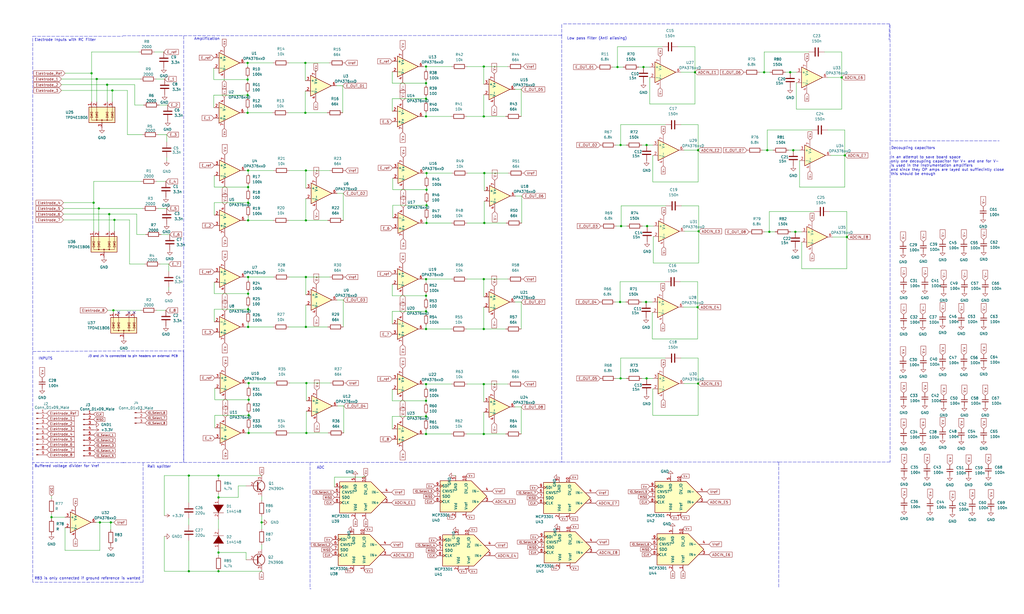
<source format=kicad_sch>
(kicad_sch (version 20211123) (generator eeschema)
  (paper "User" 499.999 299.999)
  (lib_symbols
    (symbol "Amplifier_Operational:OPA376xxD" (pin_names (offset 0.127))
      (property "Reference" "U" (at 0 6.35 0))
      (property "Value" "OPA376xxD" (at 0 3.81 0))
      (symbol "OPA376xxD_1_1"
        (pin no_connect line (at -2.54 2.54 270) (length 2.54) hide (name "NC") (number "1"))
        (pin input line (at -7.62 -2.54 0) (length 2.54) (name "-") (number "2"))
        (pin input line (at -7.62 2.54 0) (length 2.54) (name "+") (number "3"))
        (pin power_in line (at -2.54 -7.62 90) (length 3.81) (name "V-") (number "4"))
        (pin no_connect line (at 0 2.54 270) (length 2.54) hide (name "NC") (number "5"))
        (pin output line (at 7.62 0 180) (length 2.54) (name "~") (number "6"))
        (pin power_in line (at -2.54 7.62 270) (length 3.81) (name "V+") (number "7"))
        (pin no_connect line (at 0 -2.54 90) (length 2.54) hide (name "NC") (number "8"))
      )
    )
    (symbol "Connector:Conn_01x03_Male" (pin_names (offset 1.016) hide)
      (property "Reference" "J" (at 0 5.08 0))
      (property "Value" "Conn_01x03_Male" (at 0 -5.08 0))
      (symbol "Conn_01x03_Male_1_1"
        (pin passive line (at 5.08 2.54 180) (length 3.81) (name "Pin_1") (number "1"))
        (pin passive line (at 5.08 0 180) (length 3.81) (name "Pin_2") (number "2"))
        (pin passive line (at 5.08 -2.54 180) (length 3.81) (name "Pin_3") (number "3"))
      )
    )
    (symbol "Connector:Conn_01x09_Male" (pin_names (offset 1.016) hide)
      (property "Reference" "J" (at 0 12.7 0))
      (property "Value" "Conn_01x09_Male" (at 0 -12.7 0))
      (symbol "Conn_01x09_Male_1_1"
        (pin passive line (at 5.08 10.16 180) (length 3.81) (name "Pin_1") (number "1"))
        (pin passive line (at 5.08 7.62 180) (length 3.81) (name "Pin_2") (number "2"))
        (pin passive line (at 5.08 5.08 180) (length 3.81) (name "Pin_3") (number "3"))
        (pin passive line (at 5.08 2.54 180) (length 3.81) (name "Pin_4") (number "4"))
        (pin passive line (at 5.08 0 180) (length 3.81) (name "Pin_5") (number "5"))
        (pin passive line (at 5.08 -2.54 180) (length 3.81) (name "Pin_6") (number "6"))
        (pin passive line (at 5.08 -5.08 180) (length 3.81) (name "Pin_7") (number "7"))
        (pin passive line (at 5.08 -7.62 180) (length 3.81) (name "Pin_8") (number "8"))
        (pin passive line (at 5.08 -10.16 180) (length 3.81) (name "Pin_9") (number "9"))
      )
    )
    (symbol "Device:C" (pin_numbers hide) (pin_names (offset 0.254))
      (property "Reference" "C" (at 0.635 2.54 0))
      (property "Value" "C" (at 0.635 -2.54 0))
      (symbol "C_1_1"
        (pin passive line (at 0 3.81 270) (length 2.794) (name "~") (number "1"))
        (pin passive line (at 0 -3.81 90) (length 2.794) (name "~") (number "2"))
      )
    )
    (symbol "Device:C_Small" (pin_numbers hide) (pin_names (offset 0.254) hide)
      (property "Reference" "C" (at 0.254 1.778 0))
      (property "Value" "C_Small" (at 0.254 -2.032 0))
      (symbol "C_Small_1_1"
        (pin passive line (at 0 2.54 270) (length 2.032) (name "~") (number "1"))
        (pin passive line (at 0 -2.54 90) (length 2.032) (name "~") (number "2"))
      )
    )
    (symbol "Device:R" (pin_numbers hide) (pin_names (offset 0))
      (property "Reference" "R" (at 2.032 0 90))
      (property "Value" "R" (at 0 0 90))
      (symbol "R_1_1"
        (pin passive line (at 0 3.81 270) (length 1.27) (name "~") (number "1"))
        (pin passive line (at 0 -3.81 90) (length 1.27) (name "~") (number "2"))
      )
    )
    (symbol "Device:R_Small" (pin_numbers hide) (pin_names (offset 0.254) hide)
      (property "Reference" "R" (at 0.762 0.508 0))
      (property "Value" "R_Small" (at 0.762 -1.016 0))
      (symbol "R_Small_1_1"
        (pin passive line (at 0 2.54 270) (length 0.762) (name "~") (number "1"))
        (pin passive line (at 0 -2.54 90) (length 0.762) (name "~") (number "2"))
      )
    )
    (symbol "MCP3301_1" (pin_names (offset 1.016))
      (property "Reference" "U?" (at 4.826 13.208 0))
      (property "Value" "MCP3301" (at 4.826 10.668 0))
      (symbol "MCP3301_1_1_1"
        (pin power_in line (at -2.54 10.16 270) (length 2.54) (name "Vref") (number "1"))
        (pin power_in line (at -2.54 -10.16 90) (length 2.54) (name "DV_IO") (number "10"))
        (pin power_in line (at 2.54 10.16 270) (length 2.54) (name "Vdd") (number "2"))
        (pin input line (at -15.24 2.54 0) (length 5.08) (name "IN+") (number "3"))
        (pin input line (at -15.24 -2.54 0) (length 5.08) (name "IN-") (number "4"))
        (pin power_in line (at 2.54 -10.16 90) (length 2.54) (name "GND") (number "5"))
        (pin input line (at 12.7 -2.54 180) (length 2.54) (name "CNVST") (number "6"))
        (pin output line (at 12.7 0 180) (length 2.54) (name "SDO") (number "7"))
        (pin input clock (at 12.7 2.54 180) (length 2.54) (name "CLK") (number "8"))
        (pin input clock (at 12.7 -5.08 180) (length 2.54) (name "SDI") (number "9"))
      )
    )
    (symbol "Power_Protection:TPD4E02B04DQA" (pin_names hide)
      (property "Reference" "U" (at 7.62 3.81 0))
      (property "Value" "TPD4E02B04DQA" (at 7.62 1.905 0))
      (symbol "TPD4E02B04DQA_0_0"
        (pin passive line (at 0 -5.08 90) (length 2.54) (name "G") (number "3"))
      )
      (symbol "TPD4E02B04DQA_1_1"
        (pin passive line (at -5.08 7.62 270) (length 2.54) (name "IO1") (number "1"))
        (pin no_connect line (at -5.08 -2.54 90) (length 2.54) hide (name "NC") (number "10"))
        (pin passive line (at -2.54 7.62 270) (length 2.54) (name "IO2") (number "2"))
        (pin passive line (at 2.54 7.62 270) (length 2.54) (name "IO3") (number "4"))
        (pin passive line (at 5.08 7.62 270) (length 2.54) (name "IO4") (number "5"))
        (pin no_connect line (at 5.08 -2.54 90) (length 2.54) hide (name "NC") (number "6"))
        (pin no_connect line (at 2.54 -2.54 90) (length 2.54) hide (name "NC") (number "7"))
        (pin passive line (at 0 -5.08 90) (length 2.54) hide (name "G") (number "8"))
        (pin no_connect line (at -2.54 -2.54 90) (length 2.54) hide (name "NC") (number "9"))
      )
    )
    (symbol "Transistor_BJT:2N3904" (pin_names (offset 0) hide)
      (property "Reference" "Q" (at 5.08 1.905 0))
      (property "Value" "2N3904" (at 5.08 0 0))
      (symbol "2N3904_1_1"
        (pin passive line (at 2.54 -5.08 90) (length 2.54) (name "E") (number "1"))
        (pin passive line (at -5.08 0 0) (length 5.715) (name "B") (number "2"))
        (pin passive line (at 2.54 5.08 270) (length 2.54) (name "C") (number "3"))
      )
    )
    (symbol "Transistor_BJT:2N3906" (pin_names (offset 0) hide)
      (property "Reference" "Q" (at 5.08 1.905 0))
      (property "Value" "2N3906" (at 5.08 0 0))
      (symbol "2N3906_1_1"
        (pin passive line (at 2.54 -5.08 90) (length 2.54) (name "E") (number "1"))
        (pin input line (at -5.08 0 0) (length 5.715) (name "B") (number "2"))
        (pin passive line (at 2.54 5.08 270) (length 2.54) (name "C") (number "3"))
      )
    )
    (symbol "power:+3.3V" (power) (pin_names (offset 0))
      (property "Value" "+3.3V" (at 0 3.556 0))
      (symbol "+3.3V_1_1"
        (pin power_in line (at 0 0 90) (length 0) hide (name "+3.3V") (number "1"))
      )
    )
    (symbol "power:GND" (power) (pin_names (offset 0))
      (property "Value" "GND" (at 0 -3.81 0))
      (symbol "GND_1_1"
        (pin power_in line (at 0 0 270) (length 0) hide (name "GND") (number "1"))
      )
    )
    (symbol "power:GND1" (power) (pin_names (offset 0))
      (property "Value" "GND1" (at 0 -3.81 0))
      (symbol "GND1_1_1"
        (pin power_in line (at 0 0 270) (length 0) hide (name "GND1") (number "1"))
      )
    )
    (symbol "pspice:DIODE" (pin_names (offset 1.016) hide)
      (property "Reference" "D" (at 0 3.81 0))
      (property "Value" "DIODE" (at 0 -4.445 0))
      (symbol "DIODE_1_1"
        (pin input line (at -5.08 0 0) (length 3.81) (name "K") (number "1"))
        (pin input line (at 5.08 0 180) (length 3.81) (name "A") (number "2"))
      )
    )
  )
  (junction (at 149.606 211.582))
  (junction (at 412.496 75.946))
  (junction (at 121.158 151.13))
  (junction (at 45.72 99.06))
  (junction (at 121.412 202.946))
  (junction (at 341.122 113.03))
  (junction (at 388.366 113.284))
  (junction (at 55.88 107.442))
  (junction (at 121.158 135.382))
  (junction (at 303.022 70.866))
  (junction (at 208.026 48.26))
  (junction (at 121.158 143.51))
  (junction (at 52.324 41.402))
  (junction (at 149.606 187.198))
  (junction (at 340.868 187.452))
  (junction (at 55.372 151.638))
  (junction (at 106.68 270.002))
  (junction (at 303.276 110.49))
  (junction (at 208.026 195.834))
  (junction (at 121.412 211.582))
  (junction (at 121.412 187.198))
  (junction (at 149.352 83.312))
  (junction (at 54.102 255.27))
  (junction (at 385.826 35.306))
  (junction (at 236.474 84.582))
  (junction (at 315.976 110.49))
  (junction (at 121.158 99.06))
  (junction (at 208.28 100.33))
  (junction (at 236.474 108.966))
  (junction (at 208.026 40.64))
  (junction (at 208.026 144.526))
  (junction (at 236.22 212.09))
  (junction (at 54.864 44.196))
  (junction (at 208.026 187.706))
  (junction (at 121.158 159.766))
  (junction (at 106.68 243.078))
  (junction (at 92.202 232.41))
  (junction (at 149.098 30.734))
  (junction (at 315.468 147.574))
  (junction (at 121.158 91.44))
  (junction (at 106.68 279.146))
  (junction (at 236.22 32.512))
  (junction (at 410.972 37.846))
  (junction (at 149.352 135.382))
  (junction (at 121.158 83.312))
  (junction (at 301.498 32.766))
  (junction (at 120.904 38.862))
  (junction (at 208.026 203.454))
  (junction (at 120.904 46.482))
  (junction (at 92.202 279.146))
  (junction (at 387.35 73.406))
  (junction (at 340.868 73.406))
  (junction (at 121.158 107.696))
  (junction (at 149.352 107.696))
  (junction (at 236.22 136.398))
  (junction (at 236.22 187.706))
  (junction (at 236.22 160.782))
  (junction (at 106.68 232.41))
  (junction (at 121.412 195.326))
  (junction (at 315.722 184.912))
  (junction (at 339.344 35.306))
  (junction (at 208.026 136.398))
  (junction (at 48.26 101.854))
  (junction (at 120.904 30.734))
  (junction (at 149.352 159.766))
  (junction (at 208.28 84.582))
  (junction (at 375.666 113.284))
  (junction (at 127.762 255.27))
  (junction (at 374.65 73.406))
  (junction (at 208.28 108.966))
  (junction (at 208.026 152.146))
  (junction (at 208.026 32.512))
  (junction (at 44.704 35.814))
  (junction (at 303.022 184.912))
  (junction (at 413.512 115.824))
  (junction (at 373.126 35.306))
  (junction (at 208.28 92.71))
  (junction (at 48.768 255.27))
  (junction (at 208.026 160.782))
  (junction (at 208.026 212.09))
  (junction (at 120.904 55.118))
  (junction (at 53.34 104.648))
  (junction (at 315.722 70.866))
  (junction (at 236.22 56.896))
  (junction (at 314.198 32.766))
  (junction (at 47.244 38.608))
  (junction (at 302.768 147.574))
  (junction (at 208.026 56.896))
  (junction (at 25.146 252.73))
  (junction (at 149.098 55.118))
  (junction (at 340.614 150.114))
  (no_connect (at 57.912 152.654))
  (no_connect (at 62.992 152.654))
  (no_connect (at 65.532 152.654))
  (wire (pts (xy 385.826 35.306) (xy 388.874 35.306)))
  (wire (pts (xy 340.868 60.96) (xy 340.868 73.406)))
  (wire (pts (xy 106.68 270.002) (xy 106.68 271.526)))
  (wire (pts (xy 228.092 108.966) (xy 236.474 108.966)))
  (wire (pts (xy 164.338 41.91) (xy 167.386 41.91)))
  (polyline (pts (xy 274.32 225.806) (xy 59.944 226.06)))
  (wire (pts (xy 236.22 136.398) (xy 247.904 136.398)))
  (wire (pts (xy 116.332 243.078) (xy 106.68 243.078)))
  (wire (pts (xy 191.516 54.356) (xy 191.516 48.26)))
  (wire (pts (xy 120.904 32.512) (xy 120.904 30.734)))
  (wire (pts (xy 236.22 212.09) (xy 246.888 212.09)))
  (wire (pts (xy 121.412 202.946) (xy 121.412 204.47)))
  (wire (pts (xy 208.28 86.36) (xy 208.28 84.582)))
  (wire (pts (xy 127.762 255.27) (xy 127.762 258.572)))
  (wire (pts (xy 391.414 131.318) (xy 413.512 131.318)))
  (wire (pts (xy 92.202 279.146) (xy 106.68 279.146)))
  (wire (pts (xy 300.736 70.866) (xy 303.022 70.866)))
  (wire (pts (xy 30.988 101.854) (xy 48.26 101.854)))
  (wire (pts (xy 386.08 113.284) (xy 388.366 113.284)))
  (wire (pts (xy 141.224 83.312) (xy 149.352 83.312)))
  (wire (pts (xy 77.216 101.854) (xy 81.407 101.854)))
  (wire (pts (xy 333.756 150.114) (xy 340.614 150.114)))
  (wire (pts (xy 208.026 56.896) (xy 220.218 56.896)))
  (wire (pts (xy 206.756 56.896) (xy 208.026 56.896)))
  (wire (pts (xy 207.01 108.966) (xy 208.28 108.966)))
  (polyline (pts (xy 151.384 287.782) (xy 151.892 287.782)))
  (wire (pts (xy 121.412 195.326) (xy 121.412 196.596)))
  (wire (pts (xy 149.352 107.696) (xy 160.02 107.696)))
  (wire (pts (xy 104.394 46.482) (xy 120.904 46.482)))
  (wire (pts (xy 318.77 88.9) (xy 340.868 88.9)))
  (wire (pts (xy 120.142 211.582) (xy 121.412 211.582)))
  (wire (pts (xy 149.098 55.118) (xy 149.098 44.45)))
  (wire (pts (xy 127.762 279.146) (xy 127.762 278.638)))
  (wire (pts (xy 370.84 35.306) (xy 373.126 35.306)))
  (wire (pts (xy 385.064 73.406) (xy 387.35 73.406)))
  (wire (pts (xy 149.606 187.198) (xy 161.29 187.198)))
  (wire (pts (xy 120.904 55.118) (xy 133.096 55.118)))
  (wire (pts (xy 65.786 41.402) (xy 65.786 51.308)))
  (wire (pts (xy 332.74 100.584) (xy 341.122 100.584)))
  (wire (pts (xy 236.22 56.896) (xy 236.22 46.228)))
  (wire (pts (xy 121.412 211.582) (xy 121.412 209.55)))
  (wire (pts (xy 47.244 38.608) (xy 68.58 38.608)))
  (wire (pts (xy 104.902 202.946) (xy 121.412 202.946)))
  (wire (pts (xy 208.026 202.184) (xy 208.026 203.454)))
  (wire (pts (xy 332.486 35.306) (xy 339.344 35.306)))
  (wire (pts (xy 236.22 56.896) (xy 246.888 56.896)))
  (wire (pts (xy 149.606 211.582) (xy 149.606 200.914)))
  (wire (pts (xy 191.77 106.426) (xy 191.77 100.33)))
  (wire (pts (xy 208.28 108.966) (xy 220.472 108.966)))
  (polyline (pts (xy 16.002 17.78) (xy 59.944 17.78)))
  (wire (pts (xy 334.01 73.406) (xy 340.868 73.406)))
  (wire (pts (xy 140.97 159.766) (xy 149.352 159.766)))
  (wire (pts (xy 388.874 40.386) (xy 388.874 53.34)))
  (wire (pts (xy 48.768 268.986) (xy 48.768 255.27)))
  (wire (pts (xy 149.352 135.382) (xy 149.352 144.018)))
  (wire (pts (xy 80.264 251.968) (xy 80.264 232.41)))
  (wire (pts (xy 303.022 70.866) (xy 305.816 70.866)))
  (wire (pts (xy 106.68 233.68) (xy 106.68 232.41)))
  (wire (pts (xy 236.474 108.966) (xy 236.474 98.298)))
  (wire (pts (xy 317.246 37.846) (xy 317.246 50.8)))
  (wire (pts (xy 405.13 103.378) (xy 413.512 103.378)))
  (wire (pts (xy 318.77 202.946) (xy 340.868 202.946)))
  (wire (pts (xy 120.904 37.592) (xy 120.904 38.862)))
  (wire (pts (xy 319.024 128.524) (xy 341.122 128.524)))
  (wire (pts (xy 227.838 56.896) (xy 236.22 56.896)))
  (wire (pts (xy 45.72 88.646) (xy 68.834 88.646)))
  (wire (pts (xy 208.28 92.71) (xy 208.28 93.98)))
  (polyline (pts (xy 89.662 171.45) (xy 89.662 225.806)))
  (wire (pts (xy 208.026 187.706) (xy 206.756 187.706)))
  (wire (pts (xy 104.648 143.51) (xy 121.158 143.51)))
  (wire (pts (xy 251.46 198.882) (xy 254.508 198.882)))
  (wire (pts (xy 48.26 101.854) (xy 69.596 101.854)))
  (wire (pts (xy 52.324 41.402) (xy 65.786 41.402)))
  (wire (pts (xy 208.026 48.26) (xy 208.026 49.784)))
  (wire (pts (xy 149.098 30.734) (xy 160.782 30.734)))
  (wire (pts (xy 167.386 55.118) (xy 167.386 41.91)))
  (wire (pts (xy 121.158 83.312) (xy 119.888 83.312)))
  (wire (pts (xy 236.474 84.582) (xy 236.474 93.218)))
  (wire (pts (xy 302.768 147.574) (xy 305.562 147.574)))
  (wire (pts (xy 120.142 273.558) (xy 120.142 270.002)))
  (polyline (pts (xy 434.594 12.192) (xy 434.594 225.806)))
  (polyline (pts (xy 274.32 17.272) (xy 274.32 225.806)))
  (wire (pts (xy 334.264 113.03) (xy 341.122 113.03)))
  (wire (pts (xy 221.742 232.41) (xy 222.504 232.41)))
  (wire (pts (xy 208.026 212.09) (xy 208.026 210.058)))
  (wire (pts (xy 330.962 22.86) (xy 339.344 22.86)))
  (wire (pts (xy 55.372 152.654) (xy 55.372 151.638)))
  (wire (pts (xy 341.122 128.524) (xy 341.122 113.03)))
  (wire (pts (xy 191.516 35.052) (xy 191.516 40.64)))
  (wire (pts (xy 121.412 187.198) (xy 120.142 187.198)))
  (wire (pts (xy 340.614 165.608) (xy 340.614 150.114)))
  (wire (pts (xy 48.26 101.854) (xy 48.26 113.03)))
  (wire (pts (xy 375.666 103.378) (xy 375.666 113.284)))
  (wire (pts (xy 121.412 187.198) (xy 133.858 187.198)))
  (wire (pts (xy 54.102 255.27) (xy 54.102 258.826)))
  (wire (pts (xy 104.648 137.922) (xy 104.648 143.51)))
  (wire (pts (xy 104.648 99.06) (xy 121.158 99.06)))
  (wire (pts (xy 164.592 94.488) (xy 167.64 94.488)))
  (wire (pts (xy 119.634 55.118) (xy 120.904 55.118)))
  (wire (pts (xy 80.264 262.128) (xy 80.264 279.146)))
  (polyline (pts (xy 16.002 226.06) (xy 16.002 226.314)))
  (wire (pts (xy 82.423 129.032) (xy 82.423 132.588)))
  (wire (pts (xy 332.486 175.006) (xy 340.868 175.006)))
  (wire (pts (xy 374.65 63.5) (xy 374.65 73.406)))
  (wire (pts (xy 251.714 95.758) (xy 254.762 95.758)))
  (wire (pts (xy 404.114 63.5) (xy 412.496 63.5)))
  (wire (pts (xy 302.768 137.668) (xy 302.768 147.574)))
  (wire (pts (xy 334.01 187.452) (xy 340.868 187.452)))
  (wire (pts (xy 236.22 187.706) (xy 247.904 187.706)))
  (wire (pts (xy 29.972 44.196) (xy 54.864 44.196)))
  (wire (pts (xy 106.68 279.146) (xy 127.762 279.146)))
  (wire (pts (xy 120.904 30.734) (xy 119.634 30.734)))
  (wire (pts (xy 374.65 73.406) (xy 377.444 73.406)))
  (wire (pts (xy 66.802 114.554) (xy 71.12 114.554)))
  (wire (pts (xy 121.158 159.766) (xy 121.158 157.734)))
  (wire (pts (xy 313.436 70.866) (xy 315.722 70.866)))
  (wire (pts (xy 208.026 189.484) (xy 208.026 187.706)))
  (wire (pts (xy 315.468 147.574) (xy 318.516 147.574)))
  (wire (pts (xy 228.092 32.512) (xy 236.22 32.512)))
  (wire (pts (xy 191.77 87.122) (xy 191.77 92.71)))
  (wire (pts (xy 75.438 25.4) (xy 80.01 25.4)))
  (wire (pts (xy 48.768 255.27) (xy 54.102 255.27)))
  (wire (pts (xy 76.2 38.608) (xy 80.391 38.608)))
  (wire (pts (xy 45.72 88.646) (xy 45.72 99.06)))
  (wire (pts (xy 120.904 45.212) (xy 120.904 46.482)))
  (wire (pts (xy 412.496 91.44) (xy 412.496 75.946)))
  (wire (pts (xy 127.762 252.222) (xy 127.762 255.27)))
  (wire (pts (xy 208.026 150.876) (xy 208.026 152.146)))
  (wire (pts (xy 149.352 83.312) (xy 149.352 91.948)))
  (wire (pts (xy 120.904 55.118) (xy 120.904 53.086)))
  (wire (pts (xy 25.146 251.206) (xy 25.146 252.73)))
  (wire (pts (xy 120.904 46.482) (xy 120.904 48.006)))
  (wire (pts (xy 410.972 53.34) (xy 410.972 37.846)))
  (wire (pts (xy 191.516 158.242) (xy 191.516 152.146)))
  (wire (pts (xy 141.224 135.382) (xy 149.352 135.382)))
  (wire (pts (xy 191.516 195.834) (xy 208.026 195.834)))
  (polyline (pts (xy 16.002 171.704) (xy 89.662 171.45)))
  (wire (pts (xy 77.216 65.786) (xy 81.407 65.786)))
  (wire (pts (xy 149.606 211.582) (xy 160.274 211.582)))
  (wire (pts (xy 340.868 202.946) (xy 340.868 187.452)))
  (wire (pts (xy 141.478 187.198) (xy 149.606 187.198)))
  (wire (pts (xy 55.88 107.442) (xy 55.88 113.03)))
  (wire (pts (xy 300.736 184.912) (xy 303.022 184.912)))
  (polyline (pts (xy 274.32 17.272) (xy 274.066 17.272)))
  (wire (pts (xy 76.454 151.638) (xy 81.026 151.638)))
  (wire (pts (xy 383.54 35.306) (xy 385.826 35.306)))
  (wire (pts (xy 317.246 50.8) (xy 339.344 50.8)))
  (wire (pts (xy 413.512 131.318) (xy 413.512 115.824)))
  (wire (pts (xy 55.372 151.638) (xy 68.834 151.638)))
  (wire (pts (xy 104.902 209.042) (xy 104.902 202.946)))
  (wire (pts (xy 92.202 232.41) (xy 106.68 232.41)))
  (wire (pts (xy 167.64 107.696) (xy 167.64 94.488)))
  (wire (pts (xy 236.22 32.512) (xy 236.22 41.148)))
  (wire (pts (xy 164.846 198.374) (xy 167.894 198.374)))
  (wire (pts (xy 208.026 143.256) (xy 208.026 144.526)))
  (wire (pts (xy 413.512 103.378) (xy 413.512 115.824)))
  (wire (pts (xy 303.276 100.584) (xy 303.276 110.49)))
  (wire (pts (xy 191.516 138.938) (xy 191.516 144.526)))
  (wire (pts (xy 324.612 137.668) (xy 302.768 137.668)))
  (wire (pts (xy 254.508 212.09) (xy 254.508 198.882)))
  (wire (pts (xy 208.026 152.146) (xy 208.026 153.67)))
  (wire (pts (xy 30.988 107.442) (xy 55.88 107.442)))
  (wire (pts (xy 208.28 84.582) (xy 220.726 84.582)))
  (wire (pts (xy 106.68 268.732) (xy 106.68 270.002)))
  (wire (pts (xy 191.516 190.246) (xy 191.516 195.834)))
  (wire (pts (xy 121.412 188.976) (xy 121.412 187.198)))
  (wire (pts (xy 254.508 160.782) (xy 254.508 147.574)))
  (wire (pts (xy 391.414 118.364) (xy 391.414 131.318)))
  (wire (pts (xy 324.866 60.96) (xy 303.022 60.96)))
  (wire (pts (xy 208.026 160.782) (xy 220.218 160.782)))
  (wire (pts (xy 164.592 146.558) (xy 167.64 146.558)))
  (wire (pts (xy 410.972 25.4) (xy 410.972 37.846)))
  (wire (pts (xy 208.026 136.398) (xy 220.472 136.398)))
  (wire (pts (xy 25.146 252.73) (xy 31.75 252.73)))
  (wire (pts (xy 208.28 91.44) (xy 208.28 92.71)))
  (wire (pts (xy 208.026 32.512) (xy 220.472 32.512)))
  (wire (pts (xy 121.158 107.696) (xy 121.158 105.664)))
  (wire (pts (xy 324.866 175.006) (xy 303.022 175.006)))
  (wire (pts (xy 121.158 83.312) (xy 133.604 83.312)))
  (wire (pts (xy 121.158 142.24) (xy 121.158 143.51)))
  (wire (pts (xy 25.146 242.316) (xy 25.146 243.586)))
  (wire (pts (xy 31.75 268.986) (xy 48.768 268.986)))
  (wire (pts (xy 191.77 92.71) (xy 208.28 92.71)))
  (wire (pts (xy 121.158 135.382) (xy 133.604 135.382)))
  (wire (pts (xy 208.026 187.706) (xy 220.472 187.706)))
  (wire (pts (xy 313.436 184.912) (xy 315.722 184.912)))
  (wire (pts (xy 236.22 136.398) (xy 236.22 145.034)))
  (wire (pts (xy 104.648 85.852) (xy 104.648 91.44)))
  (wire (pts (xy 402.59 25.4) (xy 410.972 25.4)))
  (wire (pts (xy 31.75 35.814) (xy 44.704 35.814)))
  (wire (pts (xy 104.394 38.862) (xy 120.904 38.862)))
  (wire (pts (xy 121.158 159.766) (xy 133.35 159.766)))
  (wire (pts (xy 208.026 34.29) (xy 208.026 32.512)))
  (wire (pts (xy 323.342 22.86) (xy 301.498 22.86)))
  (wire (pts (xy 339.344 50.8) (xy 339.344 35.306)))
  (wire (pts (xy 52.324 41.402) (xy 52.324 49.784)))
  (wire (pts (xy 390.398 78.486) (xy 390.398 91.44)))
  (wire (pts (xy 208.026 160.782) (xy 208.026 158.75)))
  (wire (pts (xy 404.114 37.846) (xy 410.972 37.846)))
  (wire (pts (xy 208.28 108.966) (xy 208.28 106.934)))
  (wire (pts (xy 314.198 32.766) (xy 317.246 32.766)))
  (polyline (pts (xy 274.32 225.806) (xy 380.238 225.806)))
  (wire (pts (xy 121.158 143.51) (xy 121.158 144.78)))
  (wire (pts (xy 44.704 35.814) (xy 44.704 49.784)))
  (wire (pts (xy 396.494 63.5) (xy 374.65 63.5)))
  (wire (pts (xy 191.516 209.55) (xy 191.516 203.454)))
  (wire (pts (xy 373.38 113.284) (xy 375.666 113.284)))
  (wire (pts (xy 340.614 137.668) (xy 340.614 150.114)))
  (wire (pts (xy 149.098 30.734) (xy 149.098 39.37)))
  (wire (pts (xy 104.648 151.13) (xy 121.158 151.13)))
  (wire (pts (xy 149.352 159.766) (xy 149.352 149.098)))
  (wire (pts (xy 30.988 104.648) (xy 53.34 104.648)))
  (wire (pts (xy 25.146 252.73) (xy 25.146 253.492)))
  (wire (pts (xy 121.158 85.09) (xy 121.158 83.312)))
  (wire (pts (xy 313.182 147.574) (xy 315.468 147.574)))
  (wire (pts (xy 373.126 35.306) (xy 375.92 35.306)))
  (wire (pts (xy 163.322 233.172) (xy 177.546 233.172)))
  (wire (pts (xy 208.026 40.64) (xy 208.026 41.91)))
  (wire (pts (xy 55.88 107.442) (xy 63.246 107.442)))
  (wire (pts (xy 106.68 241.3) (xy 106.68 243.078)))
  (wire (pts (xy 44.704 25.4) (xy 67.818 25.4)))
  (wire (pts (xy 301.498 32.766) (xy 304.292 32.766)))
  (wire (pts (xy 208.026 212.09) (xy 220.218 212.09)))
  (wire (pts (xy 120.142 270.002) (xy 106.68 270.002)))
  (wire (pts (xy 318.77 75.946) (xy 318.77 88.9)))
  (wire (pts (xy 53.34 104.648) (xy 53.34 113.03)))
  (wire (pts (xy 82.423 140.208) (xy 82.423 141.732)))
  (wire (pts (xy 208.026 144.526) (xy 208.026 145.796)))
  (wire (pts (xy 47.244 38.608) (xy 47.244 49.784)))
  (wire (pts (xy 208.026 203.454) (xy 208.026 204.978)))
  (wire (pts (xy 78.232 129.032) (xy 82.423 129.032)))
  (wire (pts (xy 303.022 184.912) (xy 305.816 184.912)))
  (wire (pts (xy 121.158 107.696) (xy 133.35 107.696)))
  (wire (pts (xy 78.74 114.554) (xy 82.931 114.554)))
  (wire (pts (xy 206.756 212.09) (xy 208.026 212.09)))
  (wire (pts (xy 177.546 233.172) (xy 177.546 232.918)))
  (wire (pts (xy 313.69 110.49) (xy 315.976 110.49)))
  (polyline (pts (xy 151.384 225.806) (xy 151.384 287.782)))
  (wire (pts (xy 104.394 33.274) (xy 104.394 38.862)))
  (wire (pts (xy 45.72 99.06) (xy 45.72 113.03)))
  (polyline (pts (xy 16.002 284.48) (xy 16.002 214.63)))
  (wire (pts (xy 372.364 73.406) (xy 374.65 73.406)))
  (wire (pts (xy 121.158 135.382) (xy 119.888 135.382)))
  (wire (pts (xy 29.972 38.608) (xy 47.244 38.608)))
  (wire (pts (xy 121.158 149.86) (xy 121.158 151.13)))
  (wire (pts (xy 104.902 189.738) (xy 104.902 195.326)))
  (wire (pts (xy 30.988 99.06) (xy 45.72 99.06)))
  (wire (pts (xy 340.868 175.006) (xy 340.868 187.452)))
  (wire (pts (xy 54.864 44.196) (xy 62.23 44.196)))
  (wire (pts (xy 236.22 187.706) (xy 236.22 196.342)))
  (wire (pts (xy 121.158 91.44) (xy 121.158 92.71)))
  (wire (pts (xy 208.026 194.564) (xy 208.026 195.834)))
  (wire (pts (xy 299.212 32.766) (xy 301.498 32.766)))
  (wire (pts (xy 63.246 107.442) (xy 63.246 129.032)))
  (wire (pts (xy 228.092 136.398) (xy 236.22 136.398)))
  (wire (pts (xy 44.704 25.4) (xy 44.704 35.814)))
  (wire (pts (xy 106.68 253.746) (xy 106.68 258.572)))
  (wire (pts (xy 77.724 51.308) (xy 81.915 51.308)))
  (wire (pts (xy 127.762 266.192) (xy 127.762 268.478)))
  (wire (pts (xy 208.026 136.398) (xy 206.756 136.398)))
  (wire (pts (xy 319.024 115.57) (xy 319.024 128.524)))
  (wire (pts (xy 65.786 51.308) (xy 70.104 51.308)))
  (wire (pts (xy 121.412 194.056) (xy 121.412 195.326)))
  (wire (pts (xy 341.122 100.584) (xy 341.122 113.03)))
  (wire (pts (xy 236.474 84.582) (xy 248.158 84.582)))
  (wire (pts (xy 228.092 187.706) (xy 236.22 187.706)))
  (wire (pts (xy 208.026 46.99) (xy 208.026 48.26)))
  (wire (pts (xy 227.838 212.09) (xy 236.22 212.09)))
  (wire (pts (xy 54.102 255.27) (xy 55.626 255.27)))
  (wire (pts (xy 318.516 152.654) (xy 318.516 165.608)))
  (polyline (pts (xy 69.85 226.06) (xy 69.85 284.48)))
  (wire (pts (xy 116.332 237.49) (xy 116.332 243.078)))
  (wire (pts (xy 120.904 38.862) (xy 120.904 40.132)))
  (wire (pts (xy 80.264 279.146) (xy 92.202 279.146)))
  (wire (pts (xy 80.264 232.41) (xy 92.202 232.41)))
  (wire (pts (xy 206.756 160.782) (xy 208.026 160.782)))
  (wire (pts (xy 163.322 237.998) (xy 163.322 233.172)))
  (wire (pts (xy 121.158 99.06) (xy 121.158 100.584)))
  (polyline (pts (xy 380.238 225.806) (xy 380.238 287.274)))
  (wire (pts (xy 208.28 100.33) (xy 208.28 101.854)))
  (wire (pts (xy 236.22 160.782) (xy 246.888 160.782)))
  (wire (pts (xy 315.722 184.912) (xy 318.77 184.912)))
  (wire (pts (xy 191.516 40.64) (xy 208.026 40.64)))
  (wire (pts (xy 236.22 32.512) (xy 247.904 32.512)))
  (wire (pts (xy 140.716 55.118) (xy 149.098 55.118)))
  (wire (pts (xy 301.498 22.86) (xy 301.498 32.766)))
  (wire (pts (xy 191.516 48.26) (xy 208.026 48.26)))
  (wire (pts (xy 388.366 113.284) (xy 391.414 113.284)))
  (wire (pts (xy 315.722 70.866) (xy 318.77 70.866)))
  (wire (pts (xy 53.34 104.648) (xy 66.802 104.648)))
  (wire (pts (xy 106.68 243.078) (xy 106.68 243.586)))
  (wire (pts (xy 104.902 195.326) (xy 121.412 195.326)))
  (polyline (pts (xy 89.662 17.526) (xy 89.662 226.06)))
  (wire (pts (xy 76.454 88.646) (xy 81.026 88.646)))
  (wire (pts (xy 412.496 63.5) (xy 412.496 75.946)))
  (wire (pts (xy 149.352 159.766) (xy 160.02 159.766)))
  (wire (pts (xy 48.768 255.27) (xy 46.99 255.27)))
  (polyline (pts (xy 59.944 284.48) (xy 16.002 284.48)))
  (wire (pts (xy 325.12 100.584) (xy 303.276 100.584)))
  (wire (pts (xy 388.874 53.34) (xy 410.972 53.34)))
  (wire (pts (xy 121.412 211.582) (xy 133.604 211.582)))
  (wire (pts (xy 251.46 43.688) (xy 254.508 43.688)))
  (wire (pts (xy 318.77 189.992) (xy 318.77 202.946)))
  (wire (pts (xy 149.606 187.198) (xy 149.606 195.834)))
  (wire (pts (xy 149.098 55.118) (xy 159.766 55.118)))
  (wire (pts (xy 387.35 73.406) (xy 390.398 73.406)))
  (wire (pts (xy 121.158 97.79) (xy 121.158 99.06)))
  (wire (pts (xy 121.158 90.17) (xy 121.158 91.44)))
  (wire (pts (xy 120.904 30.734) (xy 133.35 30.734)))
  (wire (pts (xy 251.46 147.574) (xy 254.508 147.574)))
  (wire (pts (xy 208.026 32.512) (xy 206.756 32.512)))
  (wire (pts (xy 390.398 91.44) (xy 412.496 91.44)))
  (polyline (pts (xy 59.944 17.526) (xy 274.32 17.272)))
  (wire (pts (xy 208.28 84.582) (xy 207.01 84.582)))
  (wire (pts (xy 141.224 211.582) (xy 149.606 211.582)))
  (wire (pts (xy 119.888 159.766) (xy 121.158 159.766)))
  (wire (pts (xy 394.97 25.4) (xy 373.126 25.4)))
  (wire (pts (xy 208.28 99.06) (xy 208.28 100.33)))
  (wire (pts (xy 62.23 44.196) (xy 62.23 65.786)))
  (wire (pts (xy 208.026 195.834) (xy 208.026 197.104)))
  (wire (pts (xy 405.638 75.946) (xy 412.496 75.946)))
  (wire (pts (xy 236.22 160.782) (xy 236.22 150.114)))
  (polyline (pts (xy 434.34 11.684) (xy 434.086 19.558)))
  (wire (pts (xy 29.972 41.402) (xy 52.324 41.402)))
  (wire (pts (xy 227.838 160.782) (xy 236.22 160.782)))
  (polyline (pts (xy 434.594 68.834) (xy 487.934 68.834)))
  (wire (pts (xy 121.412 201.676) (xy 121.412 202.946)))
  (polyline (pts (xy 275.082 11.684) (xy 434.34 11.684)))
  (wire (pts (xy 121.158 137.16) (xy 121.158 135.382)))
  (wire (pts (xy 104.648 105.156) (xy 104.648 99.06)))
  (wire (pts (xy 300.99 110.49) (xy 303.276 110.49)))
  (wire (pts (xy 236.474 108.966) (xy 247.142 108.966)))
  (wire (pts (xy 149.352 107.696) (xy 149.352 97.028)))
  (wire (pts (xy 254.762 108.966) (xy 254.762 95.758)))
  (wire (pts (xy 375.666 113.284) (xy 378.46 113.284)))
  (wire (pts (xy 149.352 135.382) (xy 161.036 135.382)))
  (wire (pts (xy 406.654 115.824) (xy 413.512 115.824)))
  (wire (pts (xy 228.346 84.582) (xy 236.474 84.582)))
  (polyline (pts (xy 434.594 225.806) (xy 379.222 225.806)))
  (wire (pts (xy 191.516 152.146) (xy 208.026 152.146)))
  (wire (pts (xy 121.158 151.13) (xy 121.158 152.654)))
  (wire (pts (xy 332.232 137.668) (xy 340.614 137.668)))
  (wire (pts (xy 303.022 60.96) (xy 303.022 70.866)))
  (wire (pts (xy 31.75 257.81) (xy 31.75 268.986)))
  (wire (pts (xy 208.026 39.37) (xy 208.026 40.64)))
  (wire (pts (xy 318.516 165.608) (xy 340.614 165.608)))
  (wire (pts (xy 154.178 35.052) (xy 154.178 34.29)))
  (wire (pts (xy 104.648 91.44) (xy 121.158 91.44)))
  (wire (pts (xy 340.868 88.9) (xy 340.868 73.406)))
  (polyline (pts (xy 16.002 214.63) (xy 16.002 17.78)))
  (wire (pts (xy 339.344 22.86) (xy 339.344 35.306)))
  (polyline (pts (xy 60.452 226.06) (xy 16.002 226.06)))
  (wire (pts (xy 104.394 52.578) (xy 104.394 46.482)))
  (polyline (pts (xy 274.32 11.938) (xy 274.32 17.272)))
  (polyline (pts (xy 69.85 284.48) (xy 59.69 284.48)))
  (wire (pts (xy 66.802 104.648) (xy 66.802 114.554)))
  (wire (pts (xy 149.352 83.312) (xy 161.036 83.312)))
  (wire (pts (xy 311.912 32.766) (xy 314.198 32.766)))
  (wire (pts (xy 167.64 159.766) (xy 167.64 146.558)))
  (wire (pts (xy 92.202 253.238) (xy 92.202 256.54)))
  (wire (pts (xy 191.77 100.33) (xy 208.28 100.33)))
  (wire (pts (xy 177.546 232.918) (xy 178.562 232.918)))
  (wire (pts (xy 104.648 157.226) (xy 104.648 151.13)))
  (wire (pts (xy 208.026 138.176) (xy 208.026 136.398)))
  (wire (pts (xy 81.407 76.962) (xy 81.407 78.486)))
  (wire (pts (xy 55.372 151.638) (xy 52.578 151.638)))
  (wire (pts (xy 236.22 212.09) (xy 236.22 201.422)))
  (wire (pts (xy 140.97 107.696) (xy 149.352 107.696)))
  (wire (pts (xy 106.68 232.41) (xy 127.762 232.41)))
  (wire (pts (xy 373.126 25.4) (xy 373.126 35.306)))
  (wire (pts (xy 300.482 147.574) (xy 302.768 147.574)))
  (wire (pts (xy 119.888 107.696) (xy 121.158 107.696)))
  (wire (pts (xy 397.51 103.378) (xy 375.666 103.378)))
  (wire (pts (xy 208.026 56.896) (xy 208.026 54.864)))
  (wire (pts (xy 54.864 44.196) (xy 54.864 49.784)))
  (wire (pts (xy 92.202 264.16) (xy 92.202 279.146)))
  (wire (pts (xy 167.894 211.582) (xy 167.894 198.374)))
  (wire (pts (xy 303.022 175.006) (xy 303.022 184.912)))
  (wire (pts (xy 191.516 203.454) (xy 208.026 203.454)))
  (wire (pts (xy 63.246 129.032) (xy 70.612 129.032)))
  (wire (pts (xy 92.202 245.618) (xy 92.202 232.41)))
  (wire (pts (xy 81.407 65.786) (xy 81.407 69.342)))
  (wire (pts (xy 303.276 110.49) (xy 306.07 110.49)))
  (wire (pts (xy 315.976 110.49) (xy 319.024 110.49)))
  (wire (pts (xy 127.762 242.57) (xy 127.762 244.602)))
  (wire (pts (xy 254.508 56.896) (xy 254.508 43.688)))
  (wire (pts (xy 140.97 30.734) (xy 149.098 30.734)))
  (wire (pts (xy 109.474 39.37) (xy 109.474 38.354)))
  (wire (pts (xy 120.142 237.49) (xy 116.332 237.49)))
  (wire (pts (xy 191.516 144.526) (xy 208.026 144.526)))
  (wire (pts (xy 332.486 60.96) (xy 340.868 60.96)))
  (wire (pts (xy 62.23 65.786) (xy 69.596 65.786)))
  (text "Buffered voltage divider for Vref" (at 16.764 228.6 0) (effects (font (size 1.27 1.27)) (justify left bottom)))
  (text "Electrode Inputs with RC Filter" (at 16.764 20.32 0) (effects (font (size 1.27 1.27)) (justify left bottom)))
  (text "Amplification" (at 94.742 19.812 0) (effects (font (size 1.27 1.27)) (justify left bottom)))
  (text "In an attempt to save board space\nonly one decoupling capacitor for V+ and one for V-\nis used in the instrumentation amplifiers\nand since they OP amps are layed out suffiecintly close\nthis should be enough" (at 434.848 85.852 0) (effects (font (size 1.27 1.27)) (justify left bottom)))
  (text "R83 is only connected if ground reference is wanted\n" (at 16.764 283.464 0) (effects (font (size 1.27 1.27)) (justify left bottom)))
  (text "J3 and J4 is connectted to pin headers on external PCB" (at 42.926 174.752 0) (effects (font (size 1 1)) (justify left bottom)))
  (text "Low pass filter (Anti aliasing)" (at 276.86 19.558 0) (effects (font (size 1.27 1.27)) (justify left bottom)))
  (text "Decoupling capacitors" (at 435.102 73.152 0) (effects (font (size 1.27 1.27)) (justify left bottom)))
  (text "ADC\n" (at 154.686 229.362 0) (effects (font (size 1.27 1.27)) (justify left bottom)))
  (text "Rail splitter" (at 71.882 228.854 0) (effects (font (size 1.27 1.27)) (justify left bottom)))
  (text "INPUTS" (at 18.796 176.022 0) (effects (font (size 1.27 1.27)) (justify left bottom)))
  (global_label "E_OUT_01" (shape input) (at 291.592 32.766 180) (property "Intersheet References" "${INTERSHEET_REFS}" (effects hide)))
  (global_label "MISO" (shape input) (at 262.89 243.332 180) (effects (font (size 1 1))) (property "Intersheet References" "${INTERSHEET_REFS}" (effects hide)))
  (global_label "V+" (shape input) (at 393.954 30.226 90) (effects (font (size 1 1))) (property "Intersheet References" "${INTERSHEET_REFS}" (effects hide)))
  (global_label "Elektrode_1" (shape input) (at 29.972 38.608 180) (property "Intersheet References" "${INTERSHEET_REFS}" (effects hide)))
  (global_label "V+" (shape input) (at 263.144 262.382 180) (effects (font (size 1 1))) (property "Intersheet References" "${INTERSHEET_REFS}" (effects hide)))
  (global_label "E_5" (shape input) (at 81.407 101.854 0) (property "Intersheet References" "${INTERSHEET_REFS}" (effects hide)))
  (global_label "MISO" (shape input) (at 317.246 242.824 180) (effects (font (size 1 1))) (property "Intersheet References" "${INTERSHEET_REFS}" (effects hide)))
  (global_label "Elektrode_6" (shape input) (at 30.988 104.648 180) (property "Intersheet References" "${INTERSHEET_REFS}" (effects hide)))
  (global_label "V+" (shape input) (at 262.89 238.252 180) (effects (font (size 1 1))) (property "Intersheet References" "${INTERSHEET_REFS}" (effects hide)))
  (global_label "E_OUT_08" (shape input) (at 365.76 113.284 180) (property "Intersheet References" "${INTERSHEET_REFS}" (effects hide)))
  (global_label "V+" (shape input) (at 172.72 278.892 180) (effects (font (size 1 1))) (property "Intersheet References" "${INTERSHEET_REFS}" (effects hide)))
  (global_label "E_ref" (shape input) (at 191.516 133.858 180) (property "Intersheet References" "${INTERSHEET_REFS}" (effects hide)))
  (global_label "V-" (shape input) (at 241.3 155.194 270) (property "Intersheet References" "${INTERSHEET_REFS}" (effects hide)))
  (global_label "V+" (shape input) (at 109.474 23.114 90) (effects (font (size 1 1))) (property "Intersheet References" "${INTERSHEET_REFS}" (effects hide)))
  (global_label "E_5" (shape input) (at 191.516 59.436 180) (property "Intersheet References" "${INTERSHEET_REFS}" (effects hide)))
  (global_label "V-" (shape input) (at 154.432 102.108 270) (property "Intersheet References" "${INTERSHEET_REFS}" (effects hide)))
  (global_label "Vref" (shape input) (at 240.284 240.03 0) (property "Intersheet References" "${INTERSHEET_REFS}" (effects hide)))
  (global_label "Vref" (shape input) (at 255.524 32.512 0) (property "Intersheet References" "${INTERSHEET_REFS}" (effects hide)))
  (global_label "Elektrode_6" (shape input) (at 22.86 217.17 0) (property "Intersheet References" "${INTERSHEET_REFS}" (effects hide)))
  (global_label "V+" (shape input) (at 460.248 209.042 90) (property "Intersheet References" "${INTERSHEET_REFS}" (effects hide)))
  (global_label "E_OUT_08" (shape input) (at 254.508 198.882 0) (property "Intersheet References" "${INTERSHEET_REFS}" (effects hide)))
  (global_label "IO_Select_4" (shape input) (at 213.614 266.446 180) (effects (font (size 1 1))) (property "Intersheet References" "${INTERSHEET_REFS}" (effects hide)))
  (global_label "V-" (shape input) (at 127.6567 279.146 270) (effects (font (size 1 1))) (property "Intersheet References" "${INTERSHEET_REFS}" (effects hide)))
  (global_label "V-" (shape input) (at 323.85 195.072 270) (effects (font (size 1 1))) (property "Intersheet References" "${INTERSHEET_REFS}" (effects hide)))
  (global_label "IO_Select_5" (shape input) (at 45.72 222.758 0) (effects (font (size 1 1))) (property "Intersheet References" "${INTERSHEET_REFS}" (effects hide)))
  (global_label "V-" (shape input) (at 109.474 47.498 90) (effects (font (size 1 1))) (property "Intersheet References" "${INTERSHEET_REFS}" (effects hide)))
  (global_label "V-" (shape input) (at 196.596 144.018 270) (property "Intersheet References" "${INTERSHEET_REFS}" (effects hide)))
  (global_label "IO_Select_1" (shape input) (at 45.72 212.598 0) (effects (font (size 1 1))) (property "Intersheet References" "${INTERSHEET_REFS}" (effects hide)))
  (global_label "E_OUT_07" (shape input) (at 364.744 73.406 180) (property "Intersheet References" "${INTERSHEET_REFS}" (effects hide)))
  (global_label "Vref" (shape input) (at 55.626 255.27 0) (property "Intersheet References" "${INTERSHEET_REFS}" (effects hide)))
  (global_label "V+" (shape input) (at 395.478 68.326 90) (effects (font (size 1 1))) (property "Intersheet References" "${INTERSHEET_REFS}" (effects hide)))
  (global_label "V-" (shape input) (at 481.076 137.16 90) (property "Intersheet References" "${INTERSHEET_REFS}" (effects hide)))
  (global_label "Vref" (shape input) (at 191.262 240.538 0) (property "Intersheet References" "${INTERSHEET_REFS}" (effects hide)))
  (global_label "V-" (shape input) (at 480.314 153.416 90) (property "Intersheet References" "${INTERSHEET_REFS}" (effects hide)))
  (global_label "ADCIN_E2" (shape input) (at 340.868 73.406 0) (property "Intersheet References" "${INTERSHEET_REFS}" (effects hide)))
  (global_label "V+" (shape input) (at 441.452 243.84 90) (property "Intersheet References" "${INTERSHEET_REFS}" (effects hide)))
  (global_label "E_2" (shape input) (at 104.648 110.236 180) (property "Intersheet References" "${INTERSHEET_REFS}" (effects hide)))
  (global_label "E_6" (shape input) (at 191.77 111.506 180) (property "Intersheet References" "${INTERSHEET_REFS}" (effects hide)))
  (global_label "V+" (shape input) (at 127.762 232.41 90) (effects (font (size 1 1))) (property "Intersheet References" "${INTERSHEET_REFS}" (effects hide)))
  (global_label "Vref" (shape input) (at 168.402 30.734 0) (property "Intersheet References" "${INTERSHEET_REFS}" (effects hide)))
  (global_label "MISO" (shape input) (at 162.56 268.732 180) (effects (font (size 1 1))) (property "Intersheet References" "${INTERSHEET_REFS}" (effects hide)))
  (global_label "V+" (shape input) (at 36.83 247.65 90) (effects (font (size 1 1))) (property "Intersheet References" "${INTERSHEET_REFS}" (effects hide)))
  (global_label "ADCIN_E5" (shape input) (at 345.186 245.364 0) (property "Intersheet References" "${INTERSHEET_REFS}" (effects hide)))
  (global_label "E_1" (shape input) (at 80.391 38.608 0) (property "Intersheet References" "${INTERSHEET_REFS}" (effects hide)))
  (global_label "V-" (shape input) (at 36.83 262.89 270) (effects (font (size 1 1))) (property "Intersheet References" "${INTERSHEET_REFS}" (effects hide)))
  (global_label "V-" (shape input) (at 470.662 117.348 90) (property "Intersheet References" "${INTERSHEET_REFS}" (effects hide)))
  (global_label "MISO" (shape input) (at 212.344 242.57 180) (effects (font (size 1 1))) (property "Intersheet References" "${INTERSHEET_REFS}" (effects hide)))
  (global_label "MISO" (shape input) (at 213.614 268.986 180) (effects (font (size 1 1))) (property "Intersheet References" "${INTERSHEET_REFS}" (effects hide)))
  (global_label "E_ref" (shape input) (at 104.902 184.658 180) (property "Intersheet References" "${INTERSHEET_REFS}" (effects hide)))
  (global_label "V-" (shape input) (at 109.982 194.818 270) (property "Intersheet References" "${INTERSHEET_REFS}" (effects hide)))
  (global_label "V-" (shape input) (at 196.596 153.162 90) (property "Intersheet References" "${INTERSHEET_REFS}" (effects hide)))
  (global_label "V-" (shape input) (at 109.474 39.37 270) (effects (font (size 1 1))) (property "Intersheet References" "${INTERSHEET_REFS}" (effects hide)))
  (global_label "V-" (shape input) (at 109.728 143.002 270) (property "Intersheet References" "${INTERSHEET_REFS}" (effects hide)))
  (global_label "V+" (shape input) (at 440.944 174.498 90) (property "Intersheet References" "${INTERSHEET_REFS}" (effects hide)))
  (global_label "V-" (shape input) (at 460.248 117.348 90) (property "Intersheet References" "${INTERSHEET_REFS}" (effects hide)))
  (global_label "V+" (shape input) (at 177.8 278.892 0) (effects (font (size 1 1))) (property "Intersheet References" "${INTERSHEET_REFS}" (effects hide)))
  (global_label "V+" (shape input) (at 454.152 244.094 90) (property "Intersheet References" "${INTERSHEET_REFS}" (effects hide)))
  (global_label "IO_Select_2" (shape input) (at 162.56 266.192 180) (effects (font (size 1 1))) (property "Intersheet References" "${INTERSHEET_REFS}" (effects hide)))
  (global_label "Vref" (shape input) (at 168.656 135.382 0) (property "Intersheet References" "${INTERSHEET_REFS}" (effects hide)))
  (global_label "Elektrode_Ref" (shape input) (at 22.86 201.93 0) (property "Intersheet References" "${INTERSHEET_REFS}" (effects hide)))
  (global_label "V+" (shape input) (at 241.3 139.954 90) (property "Intersheet References" "${INTERSHEET_REFS}" (effects hide)))
  (global_label "E_4" (shape input) (at 104.902 214.122 180) (property "Intersheet References" "${INTERSHEET_REFS}" (effects hide)))
  (global_label "V+" (shape input) (at 109.982 179.578 90) (property "Intersheet References" "${INTERSHEET_REFS}" (effects hide)))
  (global_label "Elektrode_7" (shape input) (at 22.86 219.71 0) (property "Intersheet References" "${INTERSHEET_REFS}" (effects hide)))
  (global_label "IO_Select_6" (shape input) (at 318.262 265.938 180) (effects (font (size 1 1))) (property "Intersheet References" "${INTERSHEET_REFS}" (effects hide)))
  (global_label "V+" (shape input) (at 317.246 237.744 180) (effects (font (size 1 1))) (property "Intersheet References" "${INTERSHEET_REFS}" (effects hide)))
  (global_label "V-" (shape input) (at 154.432 154.178 270) (property "Intersheet References" "${INTERSHEET_REFS}" (effects hide)))
  (global_label "V+" (shape input) (at 241.3 191.262 90) (property "Intersheet References" "${INTERSHEET_REFS}" (effects hide)))
  (global_label "V+" (shape input) (at 196.85 116.586 270) (property "Intersheet References" "${INTERSHEET_REFS}" (effects hide)))
  (global_label "Vref" (shape input) (at 241.554 266.446 0) (property "Intersheet References" "${INTERSHEET_REFS}" (effects hide)))
  (global_label "V+" (shape input) (at 460.756 193.294 90) (property "Intersheet References" "${INTERSHEET_REFS}" (effects hide)))
  (global_label "V-" (shape input) (at 241.3 206.502 270) (property "Intersheet References" "${INTERSHEET_REFS}" (effects hide)))
  (global_label "V-" (shape input) (at 323.85 81.026 270) (effects (font (size 1 1))) (property "Intersheet References" "${INTERSHEET_REFS}" (effects hide)))
  (global_label "V+" (shape input) (at 469.392 209.55 90) (property "Intersheet References" "${INTERSHEET_REFS}" (effects hide)))
  (global_label "V-" (shape input) (at 440.944 118.364 90) (property "Intersheet References" "${INTERSHEET_REFS}" (effects hide)))
  (global_label "V-" (shape input) (at 109.728 152.146 90) (property "Intersheet References" "${INTERSHEET_REFS}" (effects hide)))
  (global_label "V+" (shape input) (at 465.074 245.11 90) (property "Intersheet References" "${INTERSHEET_REFS}" (effects hide)))
  (global_label "IO_Select_6" (shape input) (at 70.866 201.676 0) (effects (font (size 1 1))) (property "Intersheet References" "${INTERSHEET_REFS}" (effects hide)))
  (global_label "Vref" (shape input) (at 291.084 264.922 0) (property "Intersheet References" "${INTERSHEET_REFS}" (effects hide)))
  (global_label "V-" (shape input) (at 241.554 103.378 270) (property "Intersheet References" "${INTERSHEET_REFS}" (effects hide)))
  (global_label "Elektrode_4" (shape input) (at 30.988 99.06 180) (property "Intersheet References" "${INTERSHEET_REFS}" (effects hide)))
  (global_label "V+" (shape input) (at 109.474 62.738 270) (effects (font (size 1 1))) (property "Intersheet References" "${INTERSHEET_REFS}" (effects hide)))
  (global_label "Vref" (shape input) (at 346.202 265.938 0) (property "Intersheet References" "${INTERSHEET_REFS}" (effects hide)))
  (global_label "V+" (shape input) (at 273.304 277.622 180) (effects (font (size 1 1))) (property "Intersheet References" "${INTERSHEET_REFS}" (effects hide)))
  (global_label "Elektrode_5" (shape input) (at 22.86 214.63 0) (property "Intersheet References" "${INTERSHEET_REFS}" (effects hide)))
  (global_label "Elektrode_Ref" (shape input) (at 31.75 35.814 180) (property "Intersheet References" "${INTERSHEET_REFS}" (effects hide)))
  (global_label "V+" (shape input) (at 332.486 232.664 0) (effects (font (size 1 1))) (property "Intersheet References" "${INTERSHEET_REFS}" (effects hide)))
  (global_label "Elektrode_3" (shape input) (at 22.86 209.55 0) (property "Intersheet References" "${INTERSHEET_REFS}" (effects hide)))
  (global_label "V+" (shape input) (at 178.562 232.918 90) (effects (font (size 1 1))) (property "Intersheet References" "${INTERSHEET_REFS}" (effects hide)))
  (global_label "V+" (shape input) (at 196.596 64.516 270) (property "Intersheet References" "${INTERSHEET_REFS}" (effects hide)))
  (global_label "V+" (shape input) (at 178.562 253.238 270) (effects (font (size 1 1))) (property "Intersheet References" "${INTERSHEET_REFS}" (effects hide)))
  (global_label "V+" (shape input) (at 241.3 36.068 90) (property "Intersheet References" "${INTERSHEET_REFS}" (effects hide)))
  (global_label "E_OUT_02" (shape input) (at 293.116 70.866 180) (property "Intersheet References" "${INTERSHEET_REFS}" (effects hide)))
  (global_label "V+" (shape input) (at 109.728 75.692 90) (property "Intersheet References" "${INTERSHEET_REFS}" (effects hide)))
  (global_label "V+" (shape input) (at 482.6 227.076 90) (property "Intersheet References" "${INTERSHEET_REFS}" (effects hide)))
  (global_label "V+" (shape input) (at 451.612 192.024 90) (property "Intersheet References" "${INTERSHEET_REFS}" (effects hide)))
  (global_label "IO_Select_1" (shape input) (at 163.322 240.538 180) (effects (font (size 1 1))) (property "Intersheet References" "${INTERSHEET_REFS}" (effects hide)))
  (global_label "V+" (shape input) (at 228.854 279.146 0) (effects (font (size 1 1))) (property "Intersheet References" "${INTERSHEET_REFS}" (effects hide)))
  (global_label "ADCIN_E2" (shape input) (at 190.5 271.272 0) (property "Intersheet References" "${INTERSHEET_REFS}" (effects hide)))
  (global_label "V+" (shape input) (at 441.198 209.804 90) (property "Intersheet References" "${INTERSHEET_REFS}" (effects hide)))
  (global_label "CLK" (shape input) (at 45.72 202.438 0) (effects (font (size 1 1))) (property "Intersheet References" "${INTERSHEET_REFS}" (effects hide)))
  (global_label "V+" (shape input) (at 20.574 184.658 90) (property "Intersheet References" "${INTERSHEET_REFS}" (effects hide)))
  (global_label "IO_Select_8" (shape input) (at 263.144 264.922 180) (effects (font (size 1 1))) (property "Intersheet References" "${INTERSHEET_REFS}" (effects hide)))
  (global_label "V-" (shape input) (at 441.198 135.89 90) (property "Intersheet References" "${INTERSHEET_REFS}" (effects hide)))
  (global_label "V+" (shape input) (at 452.628 227.076 90) (property "Intersheet References" "${INTERSHEET_REFS}" (effects hide)))
  (global_label "V+" (shape input) (at 241.554 88.138 90) (property "Intersheet References" "${INTERSHEET_REFS}" (effects hide)))
  (global_label "E_ref" (shape input) (at 191.516 185.166 180) (property "Intersheet References" "${INTERSHEET_REFS}" (effects hide)))
  (global_label "Elektrode_5" (shape input) (at 30.988 101.854 180) (property "Intersheet References" "${INTERSHEET_REFS}" (effects hide)))
  (global_label "V+" (shape input) (at 327.406 252.984 0) (effects (font (size 1 1))) (property "Intersheet References" "${INTERSHEET_REFS}" (effects hide)))
  (global_label "ADCIN_E3" (shape input) (at 341.122 113.03 0) (property "Intersheet References" "${INTERSHEET_REFS}" (effects hide)))
  (global_label "V+" (shape input) (at 278.384 277.622 0) (effects (font (size 1 1))) (property "Intersheet References" "${INTERSHEET_REFS}" (effects hide)))
  (global_label "E_8" (shape input) (at 81.026 151.638 0) (property "Intersheet References" "${INTERSHEET_REFS}" (effects hide)))
  (global_label "V+" (shape input) (at 154.432 138.938 90) (property "Intersheet References" "${INTERSHEET_REFS}" (effects hide)))
  (global_label "MISO" (shape input) (at 45.72 204.978 0) (effects (font (size 1 1))) (property "Intersheet References" "${INTERSHEET_REFS}" (effects hide)))
  (global_label "V+" (shape input) (at 333.502 258.318 0) (effects (font (size 1 1))) (property "Intersheet References" "${INTERSHEET_REFS}" (effects hide)))
  (global_label "E_2" (shape input) (at 81.915 51.308 0) (property "Intersheet References" "${INTERSHEET_REFS}" (effects hide)))
  (global_label "IO_Select_5" (shape input) (at 317.246 240.284 180) (effects (font (size 1 1))) (property "Intersheet References" "${INTERSHEET_REFS}" (effects hide)))
  (global_label "V+" (shape input) (at 323.85 65.786 90) (effects (font (size 1 1))) (property "Intersheet References" "${INTERSHEET_REFS}" (effects hide)))
  (global_label "MISO" (shape input) (at 263.144 267.462 180) (effects (font (size 1 1))) (property "Intersheet References" "${INTERSHEET_REFS}" (effects hide)))
  (global_label "V+" (shape input) (at 278.13 233.172 0) (effects (font (size 1 1))) (property "Intersheet References" "${INTERSHEET_REFS}" (effects hide)))
  (global_label "E_OUT_06" (shape input) (at 254.762 95.758 0) (property "Intersheet References" "${INTERSHEET_REFS}" (effects hide)))
  (global_label "VCC" (shape input) (at 25.146 242.316 90) (effects (font (size 1 1))) (property "Intersheet References" "${INTERSHEET_REFS}" (effects hide)))
  (global_label "CLK" (shape input) (at 317.246 245.364 180) (effects (font (size 1 1))) (property "Intersheet References" "${INTERSHEET_REFS}" (effects hide)))
  (global_label "E_OUT_02" (shape input) (at 167.64 94.488 0) (property "Intersheet References" "${INTERSHEET_REFS}" (effects hide)))
  (global_label "V+" (shape input) (at 196.596 168.402 270) (property "Intersheet References" "${INTERSHEET_REFS}" (effects hide)))
  (global_label "ADCIN_E4" (shape input) (at 340.614 150.114 0) (property "Intersheet References" "${INTERSHEET_REFS}" (effects hide)))
  (global_label "ADCIN_E4" (shape input) (at 241.554 271.526 0) (property "Intersheet References" "${INTERSHEET_REFS}" (effects hide)))
  (global_label "E_OUT_07" (shape input) (at 254.508 147.574 0) (property "Intersheet References" "${INTERSHEET_REFS}" (effects hide)))
  (global_label "V-" (shape input) (at 109.728 90.932 270) (property "Intersheet References" "${INTERSHEET_REFS}" (effects hide)))
  (global_label "V-" (shape input) (at 395.478 83.566 270) (effects (font (size 1 1))) (property "Intersheet References" "${INTERSHEET_REFS}" (effects hide)))
  (global_label "ADCIN_E8" (shape input) (at 291.084 270.002 0) (property "Intersheet References" "${INTERSHEET_REFS}" (effects hide)))
  (global_label "V+" (shape input) (at 441.452 227.076 90) (property "Intersheet References" "${INTERSHEET_REFS}" (effects hide)))
  (global_label "E_ref" (shape input) (at 104.394 28.194 180) (property "Intersheet References" "${INTERSHEET_REFS}" (effects hide)))
  (global_label "V-" (shape input) (at 450.596 153.67 90) (property "Intersheet References" "${INTERSHEET_REFS}" (effects hide)))
  (global_label "IO_Select_4" (shape input) (at 45.72 220.218 0) (effects (font (size 1 1))) (property "Intersheet References" "${INTERSHEET_REFS}" (effects hide)))
  (global_label "E_OUT_03" (shape input) (at 167.64 146.558 0) (property "Intersheet References" "${INTERSHEET_REFS}" (effects hide)))
  (global_label "E_ref" (shape input) (at 191.77 82.042 180) (property "Intersheet References" "${INTERSHEET_REFS}" (effects hide)))
  (global_label "V+" (shape input) (at 196.596 180.086 90) (property "Intersheet References" "${INTERSHEET_REFS}" (effects hide)))
  (global_label "E_4" (shape input) (at 81.026 88.646 0) (property "Intersheet References" "${INTERSHEET_REFS}" (effects hide)))
  (global_label "Vref" (shape input) (at 168.656 83.312 0) (property "Intersheet References" "${INTERSHEET_REFS}" (effects hide)))
  (global_label "V+" (shape input) (at 173.482 253.238 270) (effects (font (size 1 1))) (property "Intersheet References" "${INTERSHEET_REFS}" (effects hide)))
  (global_label "Vref" (shape input) (at 190.5 266.192 0) (property "Intersheet References" "${INTERSHEET_REFS}" (effects hide)))
  (global_label "V-" (shape input) (at 322.326 42.926 270) (effects (font (size 1 1))) (property "Intersheet References" "${INTERSHEET_REFS}" (effects hide)))
  (global_label "V+" (shape input) (at 460.248 173.482 90) (property "Intersheet References" "${INTERSHEET_REFS}" (effects hide)))
  (global_label "Elektrode_8" (shape input) (at 22.86 222.25 0) (property "Intersheet References" "${INTERSHEET_REFS}" (effects hide)))
  (global_label "E_OUT_05" (shape input) (at 254.508 43.688 0) (property "Intersheet References" "${INTERSHEET_REFS}" (effects hide)))
  (global_label "V-" (shape input) (at 396.494 123.444 270) (effects (font (size 1 1))) (property "Intersheet References" "${INTERSHEET_REFS}" (effects hide)))
  (global_label "V-" (shape input) (at 470.916 137.16 90) (property "Intersheet References" "${INTERSHEET_REFS}" (effects hide)))
  (global_label "V-" (shape input) (at 154.686 205.994 270) (property "Intersheet References" "${INTERSHEET_REFS}" (effects hide)))
  (global_label "V+" (shape input) (at 322.326 27.686 90) (effects (font (size 1 1))) (property "Intersheet References" "${INTERSHEET_REFS}" (effects hide)))
  (global_label "V+" (shape input) (at 196.596 24.892 90) (property "Intersheet References" "${INTERSHEET_REFS}" (effects hide)))
  (global_label "V-" (shape input) (at 324.104 120.65 270) (effects (font (size 1 1))) (property "Intersheet References" "${INTERSHEET_REFS}" (effects hide)))
  (global_label "ADCIN_E5" (shape input) (at 340.868 187.452 0) (property "Intersheet References" "${INTERSHEET_REFS}" (effects hide)))
  (global_label "ADCIN_E1" (shape input) (at 339.344 35.306 0) (property "Intersheet References" "${INTERSHEET_REFS}" (effects hide)))
  (global_label "E_7" (shape input) (at 82.423 129.032 0) (property "Intersheet References" "${INTERSHEET_REFS}" (effects hide)))
  (global_label "Vref" (shape input) (at 255.524 136.398 0) (property "Intersheet References" "${INTERSHEET_REFS}" (effects hide)))
  (global_label "Vref" (shape input) (at 255.524 187.706 0) (property "Intersheet References" "${INTERSHEET_REFS}" (effects hide)))
  (global_label "E_OUT_04" (shape input) (at 292.862 147.574 180) (property "Intersheet References" "${INTERSHEET_REFS}" (effects hide)))
  (global_label "CLK" (shape input) (at 262.89 245.872 180) (effects (font (size 1 1))) (property "Intersheet References" "${INTERSHEET_REFS}" (effects hide)))
  (global_label "V-" (shape input) (at 441.198 153.67 90) (property "Intersheet References" "${INTERSHEET_REFS}" (effects hide)))
  (global_label "V+" (shape input) (at 324.104 105.41 90) (effects (font (size 1 1))) (property "Intersheet References" "${INTERSHEET_REFS}" (effects hide)))
  (global_label "V+" (shape input) (at 227.584 252.73 0) (effects (font (size 1 1))) (property "Intersheet References" "${INTERSHEET_REFS}" (effects hide)))
  (global_label "V-" (shape input) (at 460.756 137.16 90) (property "Intersheet References" "${INTERSHEET_REFS}" (effects hide)))
  (global_label "V+" (shape input) (at 223.774 279.146 0) (effects (font (size 1 1))) (property "Intersheet References" "${INTERSHEET_REFS}" (effects hide)))
  (global_label "IO_Select_7" (shape input) (at 262.89 240.792 180) (effects (font (size 1 1))) (property "Intersheet References" "${INTERSHEET_REFS}" (effects hide)))
  (global_label "E_ref" (shape input) (at 104.648 132.842 180) (property "Intersheet References" "${INTERSHEET_REFS}" (effects hide)))
  (global_label "CLK" (shape input) (at 213.614 271.526 180) (effects (font (size 1 1))) (property "Intersheet References" "${INTERSHEET_REFS}" (effects hide)))
  (global_label "V+" (shape input) (at 474.726 244.348 90) (property "Intersheet References" "${INTERSHEET_REFS}" (effects hide)))
  (global_label "V+" (shape input) (at 154.178 35.052 90) (effects (font (size 1 1))) (property "Intersheet References" "${INTERSHEET_REFS}" (effects hide)))
  (global_label "CLK" (shape input) (at 263.144 270.002 180) (effects (font (size 1 1))) (property "Intersheet References" "${INTERSHEET_REFS}" (effects hide)))
  (global_label "Vref" (shape input) (at 345.186 240.284 0) (property "Intersheet References" "${INTERSHEET_REFS}" (effects hide)))
  (global_label "V+" (shape input) (at 472.948 227.33 90) (property "Intersheet References" "${INTERSHEET_REFS}" (effects hide)))
  (global_label "E_8" (shape input) (at 191.516 214.63 180) (property "Intersheet References" "${INTERSHEET_REFS}" (effects hide)))
  (global_label "E_OUT_06" (shape input) (at 363.22 35.306 180) (property "Intersheet References" "${INTERSHEET_REFS}" (effects hide)))
  (global_label "V+" (shape input) (at 450.596 209.804 90) (property "Intersheet References" "${INTERSHEET_REFS}" (effects hide)))
  (global_label "Elektrode_2" (shape input) (at 22.86 207.01 0) (property "Intersheet References" "${INTERSHEET_REFS}" (effects hide)))
  (global_label "E_3" (shape input) (at 104.648 162.306 180) (property "Intersheet References" "${INTERSHEET_REFS}" (effects hide)))
  (global_label "V+" (shape input) (at 177.8 258.572 0) (effects (font (size 1 1))) (property "Intersheet References" "${INTERSHEET_REFS}" (effects hide)))
  (global_label "IO_Select_7" (shape input) (at 70.866 204.216 0) (effects (font (size 1 1))) (property "Intersheet References" "${INTERSHEET_REFS}" (effects hide)))
  (global_label "MISO" (shape input) (at 163.322 243.078 180) (effects (font (size 1 1))) (property "Intersheet References" "${INTERSHEET_REFS}" (effects hide)))
  (global_label "V-" (shape input) (at 480.314 117.094 90) (property "Intersheet References" "${INTERSHEET_REFS}" (effects hide)))
  (global_label "V-" (shape input) (at 393.954 45.466 270) (effects (font (size 1 1))) (property "Intersheet References" "${INTERSHEET_REFS}" (effects hide)))
  (global_label "IO_Select_2" (shape input) (at 45.72 215.138 0) (effects (font (size 1 1))) (property "Intersheet References" "${INTERSHEET_REFS}" (effects hide)))
  (global_label "Elektrode_4" (shape input) (at 22.86 212.09 0) (property "Intersheet References" "${INTERSHEET_REFS}" (effects hide)))
  (global_label "CLK" (shape input) (at 212.344 245.11 180) (effects (font (size 1 1))) (property "Intersheet References" "${INTERSHEET_REFS}" (effects hide)))
  (global_label "Vref" (shape input) (at 290.83 240.792 0) (property "Intersheet References" "${INTERSHEET_REFS}" (effects hide)))
  (global_label "V-" (shape input) (at 451.612 135.89 90) (property "Intersheet References" "${INTERSHEET_REFS}" (effects hide)))
  (global_label "E_1" (shape input) (at 104.394 57.658 180) (property "Intersheet References" "${INTERSHEET_REFS}" (effects hide)))
  (global_label "V-" (shape input) (at 460.248 152.908 90) (property "Intersheet References" "${INTERSHEET_REFS}" (effects hide)))
  (global_label "V+" (shape input) (at 441.198 192.024 90) (property "Intersheet References" "${INTERSHEET_REFS}" (effects hide)))
  (global_label "ADCIN_E3" (shape input) (at 240.284 245.11 0) (property "Intersheet References" "${INTERSHEET_REFS}" (effects hide)))
  (global_label "E_3" (shape input) (at 81.407 65.786 0) (property "Intersheet References" "${INTERSHEET_REFS}" (effects hide)))
  (global_label "IO_Select_3" (shape input) (at 212.344 240.03 180) (effects (font (size 1 1))) (property "Intersheet References" "${INTERSHEET_REFS}" (effects hide)))
  (global_label "V-" (shape input) (at 196.85 101.346 90) (property "Intersheet References" "${INTERSHEET_REFS}" (effects hide)))
  (global_label "Elektrode_1" (shape input) (at 22.86 204.47 0) (property "Intersheet References" "${INTERSHEET_REFS}" (effects hide)))
  (global_label "V-" (shape input) (at 196.85 92.202 270) (property "Intersheet References" "${INTERSHEET_REFS}" (effects hide)))
  (global_label "V-" (shape input) (at 323.596 157.734 270) (effects (font (size 1 1))) (property "Intersheet References" "${INTERSHEET_REFS}" (effects hide)))
  (global_label "V+" (shape input) (at 196.596 219.71 270) (property "Intersheet References" "${INTERSHEET_REFS}" (effects hide)))
  (global_label "V-" (shape input) (at 109.982 203.962 90) (property "Intersheet References" "${INTERSHEET_REFS}" (effects hide)))
  (global_label "V+" (shape input) (at 228.854 258.826 0) (effects (font (size 1 1))) (property "Intersheet References" "${INTERSHEET_REFS}" (effects hide)))
  (global_label "Vref" (shape input) (at 168.91 187.198 0) (property "Intersheet References" "${INTERSHEET_REFS}" (effects hide)))
  (global_label "E_OUT_05" (shape input) (at 293.116 184.912 180) (property "Intersheet References" "${INTERSHEET_REFS}" (effects hide)))
  (global_label "V+" (shape input) (at 278.384 257.302 0) (effects (font (size 1 1))) (property "Intersheet References" "${INTERSHEET_REFS}" (effects hide)))
  (global_label "Elektrode_2" (shape input) (at 29.972 41.402 180) (property "Intersheet References" "${INTERSHEET_REFS}" (effects hide)))
  (global_label "V+" (shape input) (at 333.502 278.638 270) (effects (font (size 1 1))) (property "Intersheet References" "${INTERSHEET_REFS}" (effects hide)))
  (global_label "CLK" (shape input) (at 318.262 271.018 180) (effects (font (size 1 1))) (property "Intersheet References" "${INTERSHEET_REFS}" (effects hide)))
  (global_label "Elektrode_7" (shape input) (at 30.988 107.442 180) (property "Intersheet References" "${INTERSHEET_REFS}" (effects hide)))
  (global_label "V-" (shape input) (at 196.596 195.326 270) (property "Intersheet References" "${INTERSHEET_REFS}" (effects hide)))
  (global_label "V+" (shape input) (at 463.804 227.33 90) (property "Intersheet References" "${INTERSHEET_REFS}" (effects hide)))
  (global_label "V+" (shape input) (at 154.686 190.754 90) (property "Intersheet References" "${INTERSHEET_REFS}" (effects hide)))
  (global_label "ADCIN_E6" (shape input) (at 410.972 37.846 0) (property "Intersheet References" "${INTERSHEET_REFS}" (effects hide)))
  (global_label "V-" (shape input) (at 480.06 101.092 90) (property "Intersheet References" "${INTERSHEET_REFS}" (effects hide)))
  (global_label "Elektrode_3" (shape input) (at 29.972 44.196 180) (property "Intersheet References" "${INTERSHEET_REFS}" (effects hide)))
  (global_label "E_ref" (shape input) (at 80.01 25.4 0) (property "Intersheet References" "${INTERSHEET_REFS}" (effects hide)))
  (global_label "V+" (shape input) (at 323.85 179.832 90) (effects (font (size 1 1))) (property "Intersheet References" "${INTERSHEET_REFS}" (effects hide)))
  (global_label "V-" (shape input) (at 196.596 40.132 270) (property "Intersheet References" "${INTERSHEET_REFS}" (effects hide)))
  (global_label "V+" (shape input) (at 109.982 219.202 270) (property "Intersheet References" "${INTERSHEET_REFS}" (effects hide)))
  (global_label "V-" (shape input) (at 154.178 49.53 270) (effects (font (size 1 1))) (property "Intersheet References" "${INTERSHEET_REFS}" (effects hide)))
  (global_label "ADCIN_E7" (shape input) (at 412.496 75.946 0) (property "Intersheet References" "${INTERSHEET_REFS}" (effects hide)))
  (global_label "V+" (shape input) (at 109.728 127.762 90) (property "Intersheet References" "${INTERSHEET_REFS}" (effects hide)))
  (global_label "IO_Select_8" (shape input) (at 70.866 206.756 0) (effects (font (size 1 1))) (property "Intersheet References" "${INTERSHEET_REFS}" (effects hide)))
  (global_label "E_OUT_04" (shape input) (at 167.894 198.374 0) (property "Intersheet References" "${INTERSHEET_REFS}" (effects hide)))
  (global_label "E_ref" (shape input) (at 191.516 29.972 180) (property "Intersheet References" "${INTERSHEET_REFS}" (effects hide)))
  (global_label "V+" (shape input) (at 162.56 263.652 180) (effects (font (size 1 1))) (property "Intersheet References" "${INTERSHEET_REFS}" (effects hide)))
  (global_label "V-" (shape input) (at 196.596 49.276 90) (property "Intersheet References" "${INTERSHEET_REFS}" (effects hide)))
  (global_label "V+" (shape input) (at 273.05 253.492 0) (effects (font (size 1 1))) (property "Intersheet References" "${INTERSHEET_REFS}" (effects hide)))
  (global_label "E_OUT_01" (shape input) (at 167.386 41.91 0) (property "Intersheet References" "${INTERSHEET_REFS}" (effects hide)))
  (global_label "V+" (shape input) (at 227.584 232.41 0) (effects (font (size 1 1))) (property "Intersheet References" "${INTERSHEET_REFS}" (effects hide)))
  (global_label "V-" (shape input) (at 450.85 118.11 90) (property "Intersheet References" "${INTERSHEET_REFS}" (effects hide)))
  (global_label "CLK" (shape input) (at 163.322 245.618 180) (effects (font (size 1 1))) (property "Intersheet References" "${INTERSHEET_REFS}" (effects hide)))
  (global_label "Vref" (shape input) (at 255.778 84.582 0) (property "Intersheet References" "${INTERSHEET_REFS}" (effects hide)))
  (global_label "V+" (shape input) (at 332.486 252.984 0) (effects (font (size 1 1))) (property "Intersheet References" "${INTERSHEET_REFS}" (effects hide)))
  (global_label "V+" (shape input) (at 470.916 193.294 90) (property "Intersheet References" "${INTERSHEET_REFS}" (effects hide)))
  (global_label "ADCIN_E7" (shape input) (at 290.83 245.872 0) (property "Intersheet References" "${INTERSHEET_REFS}" (effects hide)))
  (global_label "ADCIN_E6" (shape input) (at 346.202 271.018 0) (property "Intersheet References" "${INTERSHEET_REFS}" (effects hide)))
  (global_label "V+" (shape input) (at 109.728 167.386 270) (property "Intersheet References" "${INTERSHEET_REFS}" (effects hide)))
  (global_label "V+" (shape input) (at 154.432 86.868 90) (property "Intersheet References" "${INTERSHEET_REFS}" (effects hide)))
  (global_label "V+" (shape input) (at 323.596 142.494 90) (effects (font (size 1 1))) (property "Intersheet References" "${INTERSHEET_REFS}" (effects hide)))
  (global_label "V+" (shape input) (at 196.85 76.962 90) (property "Intersheet References" "${INTERSHEET_REFS}" (effects hide)))
  (global_label "MISO" (shape input) (at 318.262 268.478 180) (effects (font (size 1 1))) (property "Intersheet References" "${INTERSHEET_REFS}" (effects hide)))
  (global_label "V-" (shape input) (at 196.596 204.47 90) (property "Intersheet References" "${INTERSHEET_REFS}" (effects hide)))
  (global_label "V+" (shape input) (at 450.85 174.244 90) (property "Intersheet References" "${INTERSHEET_REFS}" (effects hide)))
  (global_label "E_7" (shape input) (at 191.516 163.322 180) (property "Intersheet References" "${INTERSHEET_REFS}" (effects hide)))
  (global_label "V-" (shape input) (at 241.3 51.308 270) (property "Intersheet References" "${INTERSHEET_REFS}" (effects hide)))
  (global_label "E_OUT_03" (shape input) (at 293.37 110.49 180) (property "Intersheet References" "${INTERSHEET_REFS}" (effects hide)))
  (global_label "V+" (shape input) (at 480.314 209.55 90) (property "Intersheet References" "${INTERSHEET_REFS}" (effects hide)))
  (global_label "CLK" (shape input) (at 162.56 271.272 180) (effects (font (size 1 1))) (property "Intersheet References" "${INTERSHEET_REFS}" (effects hide)))
  (global_label "ADCIN_E1" (shape input) (at 191.262 245.618 0) (property "Intersheet References" "${INTERSHEET_REFS}" (effects hide)))
  (global_label "V+" (shape input) (at 470.662 173.482 90) (property "Intersheet References" "${INTERSHEET_REFS}" (effects hide)))
  (global_label "V+" (shape input) (at 480.314 173.228 90) (property "Intersheet References" "${INTERSHEET_REFS}" (effects hide)))
  (global_label "V+" (shape input) (at 483.87 244.348 90) (property "Intersheet References" "${INTERSHEET_REFS}" (effects hide)))
  (global_label "Elektrode_8" (shape input) (at 52.578 151.638 180) (property "Intersheet References" "${INTERSHEET_REFS}" (effects hide)))
  (global_label "V+" (shape input) (at 481.076 193.294 90) (property "Intersheet References" "${INTERSHEET_REFS}" (effects hide)))
  (global_label "V+" (shape input) (at 396.494 108.204 90) (effects (font (size 1 1))) (property "Intersheet References" "${INTERSHEET_REFS}" (effects hide)))
  (global_label "V+" (shape input) (at 278.13 253.492 0) (effects (font (size 1 1))) (property "Intersheet References" "${INTERSHEET_REFS}" (effects hide)))
  (global_label "V+" (shape input) (at 222.504 252.73 180) (effects (font (size 1 1))) (property "Intersheet References" "${INTERSHEET_REFS}" (effects hide)))
  (global_label "V-" (shape input) (at 469.392 153.416 90) (property "Intersheet References" "${INTERSHEET_REFS}" (effects hide)))
  (global_label "V-" (shape input) (at 109.728 100.076 90) (property "Intersheet References" "${INTERSHEET_REFS}" (effects hide)))
  (global_label "V+" (shape input) (at 213.614 263.906 180) (effects (font (size 1 1))) (property "Intersheet References" "${INTERSHEET_REFS}" (effects hide)))
  (global_label "E_6" (shape input) (at 82.931 114.554 0) (property "Intersheet References" "${INTERSHEET_REFS}" (effects hide)))
  (global_label "V+" (shape input) (at 212.344 237.49 180) (effects (font (size 1 1))) (property "Intersheet References" "${INTERSHEET_REFS}" (effects hide)))
  (global_label "IO_Select_3" (shape input) (at 45.72 217.678 0) (effects (font (size 1 1))) (property "Intersheet References" "${INTERSHEET_REFS}" (effects hide)))
  (global_label "V+" (shape input) (at 109.728 115.316 270) (property "Intersheet References" "${INTERSHEET_REFS}" (effects hide)))
  (global_label "V+" (shape input) (at 196.596 128.778 90) (property "Intersheet References" "${INTERSHEET_REFS}" (effects hide)))
  (global_label "ADCIN_E8" (shape input) (at 413.512 115.824 0) (property "Intersheet References" "${INTERSHEET_REFS}" (effects hide)))
  (global_label "E_ref" (shape input) (at 104.648 80.772 180) (property "Intersheet References" "${INTERSHEET_REFS}" (effects hide)))
  (global_label "V+" (shape input) (at 328.422 278.638 270) (effects (font (size 1 1))) (property "Intersheet References" "${INTERSHEET_REFS}" (effects hide)))
  (symbol (lib_id "power:GND") (at 480.06 106.172 0) (unit 1)
    (property "Reference" "#PWR0177" (effects hide))
    (property "Value" "GND" (at 480.06 110.744 0))
  )
  (symbol (lib_id "power:GND") (at 173.482 232.918 180) (unit 1)
    (property "Reference" "#PWR0132" (effects hide))
    (property "Value" "GND" (at 168.656 230.632 0) (effects (justify right)))
  )
  (symbol (lib_id "Device:C_Small") (at 463.804 229.87 0) (unit 1)
    (property "Reference" "C51" (at 466.852 228.6062 0) (effects (justify left)))
    (property "Value" "100n" (at 466.852 231.1462 0) (effects (justify left)))
    (property "Footprint" "Capacitor_SMD:C_0805_2012Metric" (effects hide))
  )
  (symbol (lib_id "Device:C_Small") (at 441.452 229.616 0) (unit 1)
    (property "Reference" "C35" (at 444.5 228.3522 0) (effects (justify left)))
    (property "Value" "100n" (at 444.5 230.8922 0) (effects (justify left)))
    (property "Footprint" "Capacitor_SMD:C_0805_2012Metric" (effects hide))
  )
  (symbol (lib_id "power:GND") (at 460.756 198.374 0) (unit 1)
    (property "Reference" "#PWR0144" (effects hide))
    (property "Value" "GND" (at 460.756 202.946 0))
  )
  (symbol (lib_id "power:GND") (at 470.916 142.24 0) (unit 1)
    (property "Reference" "#PWR0166" (effects hide))
    (property "Value" "GND" (at 470.916 146.812 0))
  )
  (symbol (lib_id "power:GND") (at 223.774 258.826 270) (unit 1)
    (property "Reference" "#PWR0130" (effects hide))
    (property "Value" "GND" (at 221.488 263.652 0) (effects (justify right)))
  )
  (symbol (lib_id "power:GND") (at 441.198 197.104 0) (unit 1)
    (property "Reference" "#PWR0139" (effects hide))
    (property "Value" "GND" (at 441.198 201.676 0))
  )
  (symbol (lib_id "Device:C") (at 81.026 92.456 0) (unit 1)
    (property "Reference" "C1" (at 84.455 91.1859 0) (effects (justify left)))
    (property "Value" "3.3n" (at 84.455 93.7259 0) (effects (justify left)))
    (property "Footprint" "Capacitor_SMD:C_0805_2012Metric" (effects hide))
  )
  (symbol (lib_id "Device:R_Small") (at 120.904 35.052 0) (unit 1)
    (property "Reference" "R10" (at 123.19 33.7819 0) (effects (justify left)))
    (property "Value" "100k" (at 123.19 36.3219 0) (effects (justify left)))
    (property "Footprint" "Resistor_SMD:R_0805_2012Metric" (effects hide))
  )
  (symbol (lib_id "Device:R") (at 74.93 114.554 90) (unit 1)
    (property "Reference" "R7" (at 74.93 109.982 90))
    (property "Value" "2000" (at 74.93 112.522 90))
    (property "Footprint" "Resistor_SMD:R_0805_2012Metric" (effects hide))
  )
  (symbol (lib_id "power:GND") (at 454.152 249.174 0) (unit 1)
    (property "Reference" "#PWR0150" (effects hide))
    (property "Value" "GND" (at 454.152 253.746 0))
  )
  (symbol (lib_id "Device:C_Small") (at 460.248 155.448 0) (unit 1)
    (property "Reference" "C46" (at 463.296 154.6922 0) (effects (justify left)))
    (property "Value" "100n" (at 463.296 157.2322 0) (effects (justify left)))
    (property "Footprint" "Capacitor_SMD:C_0805_2012Metric" (effects hide))
  )
  (symbol (lib_id "power:GND") (at 172.72 258.572 270) (unit 1)
    (property "Reference" "#PWR0134" (effects hide))
    (property "Value" "GND" (at 170.434 263.398 0) (effects (justify right)))
  )
  (symbol (lib_id "Device:C_Small") (at 450.596 212.344 0) (unit 1)
    (property "Reference" "C38" (at 453.644 211.0802 0) (effects (justify left)))
    (property "Value" "100n" (at 453.644 213.6202 0) (effects (justify left)))
    (property "Footprint" "Capacitor_SMD:C_0805_2012Metric" (effects hide))
  )
  (symbol (lib_id "power:GND") (at 388.366 120.904 0) (unit 1)
    (property "Reference" "#PWR0123" (effects hide))
    (property "Value" "GND" (at 388.366 125.73 0))
  )
  (symbol (lib_id "Device:R_Small") (at 208.026 140.716 0) (unit 1)
    (property "Reference" "R52" (at 209.55 139.4459 0) (effects (justify left)))
    (property "Value" "100k" (at 209.55 141.9859 0) (effects (justify left)))
    (property "Footprint" "Resistor_SMD:R_0805_2012Metric" (effects hide))
  )
  (symbol (lib_id "Device:R") (at 106.68 275.336 180) (unit 1)
    (property "Reference" "R85" (at 109.22 274.0659 0) (effects (justify right)))
    (property "Value" "4.7k" (at 109.22 276.6059 0) (effects (justify right)))
    (property "Footprint" "Resistor_SMD:R_0805_2012Metric" (effects hide))
  )
  (symbol (lib_id "power:GND") (at 440.944 123.444 0) (unit 1)
    (property "Reference" "#PWR0138" (effects hide))
    (property "Value" "GND" (at 440.944 128.016 0))
  )
  (symbol (lib_id "Device:C") (at 398.78 25.4 90) (unit 1)
    (property "Reference" "C23" (at 398.78 17.526 90))
    (property "Value" "150n" (at 398.78 20.066 90))
    (property "Footprint" "Capacitor_SMD:C_0805_2012Metric" (effects hide))
  )
  (symbol (lib_id "Device:R") (at 309.626 184.912 90) (unit 1)
    (property "Reference" "R73" (at 309.626 178.562 90))
    (property "Value" "150k" (at 309.626 181.102 90))
    (property "Footprint" "Resistor_SMD:R_0805_2012Metric" (effects hide))
  )
  (symbol (lib_id "Device:R_Small") (at 121.412 191.516 0) (unit 1)
    (property "Reference" "R31" (at 123.19 190.2459 0) (effects (justify left)))
    (property "Value" "100k" (at 123.19 192.7859 0) (effects (justify left)))
    (property "Footprint" "Resistor_SMD:R_0805_2012Metric" (effects hide))
  )
  (symbol (lib_id "Amplifier_Operational:OPA376xxD") (at 326.39 187.452 0) (unit 1)
    (property "Reference" "U30" (at 338.455 182.753 0))
    (property "Value" "OPA376xxD" (at 338.455 185.293 0))
    (property "Footprint" "Package_SO:SOIC-8_3.9x4.9mm_P1.27mm" (effects hide))
    (property "Datasheet" "http://www.ti.com/lit/ds/symlink/opa376.pdf" (effects hide))
  )
  (symbol (lib_id "power:GND") (at 480.314 214.63 0) (unit 1)
    (property "Reference" "#PWR0145" (effects hide))
    (property "Value" "GND" (at 480.314 219.202 0))
  )
  (symbol (lib_id "power:GND") (at 221.742 232.41 270) (unit 1)
    (property "Reference" "#PWR0129" (effects hide))
    (property "Value" "GND" (at 219.456 237.236 0) (effects (justify right)))
  )
  (symbol (lib_id "power:GND") (at 60.452 165.354 0) (unit 1)
    (property "Reference" "#PWR0113" (effects hide))
    (property "Value" "GND" (at 60.452 170.18 0))
  )
  (symbol (lib_id "Power_Protection:TPD4E02B04DQA") (at 50.8 120.65 0) (unit 1)
    (property "Reference" "U36" (at 33.02 118.11 0) (effects (justify left)))
    (property "Value" "TPD4E1B06" (at 33.02 120.65 0) (effects (justify left)))
    (property "Footprint" "Package_SON:USON-10_2.5x1.0mm_P0.5mm" (effects hide))
    (property "Datasheet" "http://www.ti.com/lit/ds/symlink/tpd4e02b04.pdf" (effects hide))
  )
  (symbol (lib_id "Device:C_Small") (at 450.85 176.784 0) (unit 1)
    (property "Reference" "C40" (at 453.898 175.5202 0) (effects (justify left)))
    (property "Value" "100n" (at 453.898 178.0602 0) (effects (justify left)))
    (property "Footprint" "Capacitor_SMD:C_0805_2012Metric" (effects hide))
  )
  (symbol (lib_id "Device:R") (at 163.576 55.118 90) (unit 1)
    (property "Reference" "R16" (at 163.576 48.26 90))
    (property "Value" "66k" (at 163.576 50.8 90))
    (property "Footprint" "Resistor_SMD:R_0805_2012Metric" (effects hide))
  )
  (symbol (lib_id "power:GND") (at 81.407 78.486 0) (unit 1)
    (property "Reference" "#PWR0104" (effects hide))
    (property "Value" "GND" (at 81.407 83.82 0))
  )
  (symbol (lib_id "Device:C") (at 80.01 29.21 0) (unit 1)
    (property "Reference" "C9" (at 83.439 27.9399 0) (effects (justify left)))
    (property "Value" "3.3n" (at 83.439 30.4799 0) (effects (justify left)))
    (property "Footprint" "Capacitor_SMD:C_0805_2012Metric" (effects hide))
  )
  (symbol (lib_id "Power_Protection:TPD4E02B04DQA") (at 60.452 160.274 0) (unit 1)
    (property "Reference" "U37" (at 42.672 157.734 0) (effects (justify left)))
    (property "Value" "TPD4E1B06" (at 42.672 160.274 0) (effects (justify left)))
    (property "Footprint" "Package_SON:USON-10_2.5x1.0mm_P0.5mm" (effects hide))
    (property "Datasheet" "http://www.ti.com/lit/ds/symlink/tpd4e02b04.pdf" (effects hide))
  )
  (symbol (lib_id "power:GND") (at 483.87 249.428 0) (unit 1)
    (property "Reference" "#PWR0153" (effects hide))
    (property "Value" "GND" (at 483.87 254 0))
  )
  (symbol (lib_id "Device:R") (at 309.372 147.574 90) (unit 1)
    (property "Reference" "R71" (at 309.372 141.224 90))
    (property "Value" "150k" (at 309.372 143.764 90))
    (property "Footprint" "Resistor_SMD:R_0805_2012Metric" (effects hide))
  )
  (symbol (lib_id "Device:R") (at 72.644 88.646 90) (unit 1)
    (property "Reference" "R1" (at 72.644 83.566 90))
    (property "Value" "2000" (at 72.644 86.106 90))
    (property "Footprint" "Resistor_SMD:R_0805_2012Metric" (effects hide))
  )
  (symbol (lib_id "power:GND") (at 82.423 141.732 0) (unit 1)
    (property "Reference" "#PWR0111" (effects hide))
    (property "Value" "GND" (at 82.423 147.066 0))
  )
  (symbol (lib_id "Device:R") (at 224.282 187.706 90) (unit 1)
    (property "Reference" "R63" (at 224.282 181.61 90))
    (property "Value" "10k" (at 224.282 184.15 90))
    (property "Footprint" "Resistor_SMD:R_0805_2012Metric" (effects hide))
  )
  (symbol (lib_id "Device:C") (at 315.976 114.3 0) (unit 1)
    (property "Reference" "C14" (at 309.88 113.792 0) (effects (justify left)))
    (property "Value" "15n" (at 308.864 115.824 0) (effects (justify left)))
    (property "Footprint" "Capacitor_SMD:C_0805_2012Metric" (effects hide))
  )
  (symbol (lib_id "Amplifier_Operational:OPA376xxD") (at 199.136 212.09 0) (mirror x) (unit 1)
    (property "Reference" "U23" (at 198.6154 201.93 0) (effects (justify left)))
    (property "Value" "OPA376xxD" (at 198.6154 204.47 0) (effects (justify left)))
    (property "Footprint" "Package_SO:SOIC-8_3.9x4.9mm_P1.27mm" (effects hide))
    (property "Datasheet" "http://www.ti.com/lit/ds/symlink/opa376.pdf" (effects hide))
  )
  (symbol (lib_id "Device:C_Small") (at 460.248 176.022 0) (unit 1)
    (property "Reference" "C47" (at 463.296 174.7582 0) (effects (justify left)))
    (property "Value" "100n" (at 463.296 177.2982 0) (effects (justify left)))
    (property "Footprint" "Capacitor_SMD:C_0805_2012Metric" (effects hide))
  )
  (symbol (lib_id "Device:R") (at 224.536 84.582 90) (unit 1)
    (property "Reference" "R49" (at 224.536 78.74 90))
    (property "Value" "10k" (at 224.536 81.28 90))
    (property "Footprint" "Resistor_SMD:R_0805_2012Metric" (effects hide))
  )
  (symbol (lib_id "power:GND") (at 127.762 255.27 90) (unit 1)
    (property "Reference" "#PWR0107" (effects hide))
    (property "Value" "GND" (at 132.08 255.2699 90) (effects (justify right)))
  )
  (symbol (lib_id "Device:C_Small") (at 470.662 119.888 0) (unit 1)
    (property "Reference" "C55" (at 473.71 118.6242 0) (effects (justify left)))
    (property "Value" "100n" (at 473.71 121.1642 0) (effects (justify left)))
    (property "Footprint" "Capacitor_SMD:C_0805_2012Metric" (effects hide))
  )
  (symbol (lib_id "Device:C") (at 81.026 155.448 0) (unit 1)
    (property "Reference" "C2" (at 84.455 154.1779 0) (effects (justify left)))
    (property "Value" "3.3n" (at 84.455 156.7179 0) (effects (justify left)))
    (property "Footprint" "Capacitor_SMD:C_0805_2012Metric" (effects hide))
  )
  (symbol (lib_id "Device:R") (at 369.57 113.284 90) (unit 1)
    (property "Reference" "R79" (at 369.57 106.934 90))
    (property "Value" "6.8k" (at 369.57 109.474 90))
    (property "Footprint" "Resistor_SMD:R_0805_2012Metric" (effects hide))
  )
  (symbol (lib_id "Device:C_Small") (at 481.076 139.7 0) (unit 1)
    (property "Reference" "C66" (at 484.124 138.4362 0) (effects (justify left)))
    (property "Value" "100n" (at 484.124 140.9762 0) (effects (justify left)))
    (property "Footprint" "Capacitor_SMD:C_0805_2012Metric" (effects hide))
  )
  (symbol (lib_id "Device:C") (at 328.676 60.96 90) (unit 1)
    (property "Reference" "C17" (at 328.676 53.086 90))
    (property "Value" "150n" (at 328.676 55.626 90))
    (property "Footprint" "Capacitor_SMD:C_0805_2012Metric" (effects hide))
  )
  (symbol (lib_name "MCP3301_1") (lib_id "Analog_ADC:MCP3301") (at 329.946 242.824 180) (unit 1)
    (property "Reference" "U42" (at 315.722 254.508 0) (effects (justify right)))
    (property "Value" "MCP3301" (at 315.722 251.968 0) (effects (justify right)))
    (property "Footprint" "Package_SO:MSOP-10-1EP_3x3mm_P0.5mm_EP1.68x1.88mm" (effects hide))
    (property "Datasheet" "http://ww1.microchip.com/downloads/en/DeviceDoc/21700D.pdf" (effects hide))
  )
  (symbol (lib_id "Device:C_Small") (at 460.756 195.834 0) (unit 1)
    (property "Reference" "C50" (at 463.804 194.5702 0) (effects (justify left)))
    (property "Value" "100n" (at 463.804 197.1102 0) (effects (justify left)))
    (property "Footprint" "Capacitor_SMD:C_0805_2012Metric" (effects hide))
  )
  (symbol (lib_id "Device:R_Small") (at 208.026 156.21 0) (unit 1)
    (property "Reference" "R54" (at 209.55 154.9399 0) (effects (justify left)))
    (property "Value" "100k" (at 209.55 157.4799 0) (effects (justify left)))
    (property "Footprint" "Resistor_SMD:R_0805_2012Metric" (effects hide))
  )
  (symbol (lib_id "Amplifier_Operational:OPA376xxD") (at 243.84 198.882 0) (unit 1)
    (property "Reference" "U24" (at 255.905 194.183 0))
    (property "Value" "OPA376xxD" (at 255.905 196.723 0))
    (property "Footprint" "Package_SO:SOIC-8_3.9x4.9mm_P1.27mm" (effects hide))
    (property "Datasheet" "http://www.ti.com/lit/ds/symlink/opa376.pdf" (effects hide))
  )
  (symbol (lib_id "power:+3.3V") (at 45.72 210.058 270) (unit 1)
    (property "Reference" "#PWR0115" (effects hide))
    (property "Value" "+3.3V" (at 49.276 210.0579 90) (effects (justify left)))
  )
  (symbol (lib_id "Amplifier_Operational:OPA376xxD") (at 326.136 150.114 0) (unit 1)
    (property "Reference" "U28" (at 338.201 145.415 0))
    (property "Value" "OPA376xxD" (at 338.201 147.955 0))
    (property "Footprint" "Package_SO:SOIC-8_3.9x4.9mm_P1.27mm" (effects hide))
    (property "Datasheet" "http://www.ti.com/lit/ds/symlink/opa376.pdf" (effects hide))
  )
  (symbol (lib_id "Device:C") (at 81.407 73.152 0) (unit 1)
    (property "Reference" "C5" (at 84.582 72.39 0) (effects (justify left)))
    (property "Value" "3.3n" (at 84.074 74.422 0) (effects (justify left)))
    (property "Footprint" "Capacitor_SMD:C_0805_2012Metric" (effects hide))
  )
  (symbol (lib_id "Device:R_Small") (at 208.28 88.9 0) (unit 1)
    (property "Reference" "R45" (at 210.82 87.6299 0) (effects (justify left)))
    (property "Value" "100k" (at 210.82 90.1699 0) (effects (justify left)))
    (property "Footprint" "Resistor_SMD:R_0805_2012Metric" (effects hide))
  )
  (symbol (lib_id "Amplifier_Operational:OPA376xxD") (at 199.136 136.398 0) (unit 1)
    (property "Reference" "U19" (at 211.201 131.699 0))
    (property "Value" "OPA376xxD" (at 211.201 134.239 0))
    (property "Footprint" "Package_SO:SOIC-8_3.9x4.9mm_P1.27mm" (effects hide))
    (property "Datasheet" "http://www.ti.com/lit/ds/symlink/opa376.pdf" (effects hide))
  )
  (symbol (lib_id "Device:C_Small") (at 465.074 247.65 0) (unit 1)
    (property "Reference" "C52" (at 468.122 246.3862 0) (effects (justify left)))
    (property "Value" "100n" (at 468.122 248.9262 0) (effects (justify left)))
    (property "Footprint" "Capacitor_SMD:C_0805_2012Metric" (effects hide))
  )
  (symbol (lib_id "Device:C_Small") (at 472.948 229.87 0) (unit 1)
    (property "Reference" "C59" (at 475.996 228.6062 0) (effects (justify left)))
    (property "Value" "100n" (at 475.996 231.1462 0) (effects (justify left)))
    (property "Footprint" "Capacitor_SMD:C_0805_2012Metric" (effects hide))
  )
  (symbol (lib_id "Device:C_Small") (at 470.916 195.834 0) (unit 1)
    (property "Reference" "C58" (at 473.964 194.5702 0) (effects (justify left)))
    (property "Value" "100n" (at 473.964 197.1102 0) (effects (justify left)))
    (property "Footprint" "Capacitor_SMD:C_0805_2012Metric" (effects hide))
  )
  (symbol (lib_id "Device:C_Small") (at 480.314 175.768 0) (unit 1)
    (property "Reference" "C64" (at 483.362 174.5042 0) (effects (justify left)))
    (property "Value" "100n" (at 483.362 177.0442 0) (effects (justify left)))
    (property "Footprint" "Capacitor_SMD:C_0805_2012Metric" (effects hide))
  )
  (symbol (lib_id "power:GND") (at 460.248 122.428 0) (unit 1)
    (property "Reference" "#PWR0173" (effects hide))
    (property "Value" "GND" (at 460.248 127 0))
  )
  (symbol (lib_id "power:GND") (at 441.452 248.92 0) (unit 1)
    (property "Reference" "#PWR0152" (effects hide))
    (property "Value" "GND" (at 441.452 253.492 0))
  )
  (symbol (lib_id "Device:C_Small") (at 451.612 194.564 0) (unit 1)
    (property "Reference" "C42" (at 454.66 193.3002 0) (effects (justify left)))
    (property "Value" "100n" (at 454.66 195.8402 0) (effects (justify left)))
    (property "Footprint" "Capacitor_SMD:C_0805_2012Metric" (effects hide))
  )
  (symbol (lib_id "Device:R") (at 72.644 151.638 90) (unit 1)
    (property "Reference" "R2" (at 72.644 146.558 90))
    (property "Value" "2000" (at 72.644 149.098 90))
    (property "Footprint" "Resistor_SMD:R_0805_2012Metric" (effects hide))
  )
  (symbol (lib_id "Device:R") (at 106.68 237.49 180) (unit 1)
    (property "Reference" "R84" (at 109.22 236.2199 0) (effects (justify right)))
    (property "Value" "4.7k" (at 109.22 238.7599 0) (effects (justify right)))
    (property "Footprint" "Resistor_SMD:R_0805_2012Metric" (effects hide))
  )
  (symbol (lib_id "power:GND") (at 80.01 33.02 0) (unit 1)
    (property "Reference" "#PWR0101" (effects hide))
    (property "Value" "GND" (at 80.01 37.084 0))
  )
  (symbol (lib_id "Device:C_Small") (at 460.756 139.7 0) (unit 1)
    (property "Reference" "C49" (at 463.804 138.4362 0) (effects (justify left)))
    (property "Value" "100n" (at 463.804 140.9762 0) (effects (justify left)))
    (property "Footprint" "Capacitor_SMD:C_0805_2012Metric" (effects hide))
  )
  (symbol (lib_id "power:GND") (at 80.391 46.228 0) (unit 1)
    (property "Reference" "#PWR0102" (effects hide))
    (property "Value" "GND" (at 80.264 50.038 0))
  )
  (symbol (lib_id "Device:C") (at 328.93 100.584 90) (unit 1)
    (property "Reference" "C19" (at 328.93 92.71 90))
    (property "Value" "150n" (at 328.93 95.25 90))
    (property "Footprint" "Capacitor_SMD:C_0805_2012Metric" (effects hide))
  )
  (symbol (lib_id "Device:R") (at 251.968 84.582 90) (unit 1)
    (property "Reference" "R51" (at 251.968 78.74 90))
    (property "Value" "66k" (at 251.968 81.28 90))
    (property "Footprint" "Resistor_SMD:R_0805_2012Metric" (effects hide))
  )
  (symbol (lib_id "Amplifier_Operational:OPA376xxD") (at 199.136 160.782 0) (mirror x) (unit 1)
    (property "Reference" "U20" (at 198.6154 150.622 0) (effects (justify left)))
    (property "Value" "OPA376xxD" (at 198.6154 153.162 0) (effects (justify left)))
    (property "Footprint" "Package_SO:SOIC-8_3.9x4.9mm_P1.27mm" (effects hide))
    (property "Datasheet" "http://www.ti.com/lit/ds/symlink/opa376.pdf" (effects hide))
  )
  (symbol (lib_id "Device:R") (at 250.698 212.09 90) (unit 1)
    (property "Reference" "R64" (at 250.698 205.74 90))
    (property "Value" "66k" (at 250.698 208.28 90))
    (property "Footprint" "Resistor_SMD:R_0805_2012Metric" (effects hide))
  )
  (symbol (lib_id "Device:R_Small") (at 208.026 52.324 0) (unit 1)
    (property "Reference" "R40" (at 209.55 51.0539 0) (effects (justify left)))
    (property "Value" "100k" (at 209.55 53.5939 0) (effects (justify left)))
    (property "Footprint" "Resistor_SMD:R_0805_2012Metric" (effects hide))
  )
  (symbol (lib_id "Power_Protection:TPD4E02B04DQA") (at 49.784 57.404 0) (unit 1)
    (property "Reference" "U25" (at 32.004 54.864 0) (effects (justify left)))
    (property "Value" "TPD4E1B06" (at 32.004 57.404 0) (effects (justify left)))
    (property "Footprint" "Package_SON:USON-10_2.5x1.0mm_P0.5mm" (effects hide))
    (property "Datasheet" "http://www.ti.com/lit/ds/symlink/tpd4e02b04.pdf" (effects hide))
  )
  (symbol (lib_id "Device:R") (at 163.83 107.696 90) (unit 1)
    (property "Reference" "R22" (at 163.83 101.6 90))
    (property "Value" "66k" (at 163.83 104.14 90))
    (property "Footprint" "Resistor_SMD:R_0805_2012Metric" (effects hide))
  )
  (symbol (lib_id "Device:C_Small") (at 440.944 120.904 0) (unit 1)
    (property "Reference" "C29" (at 443.992 119.6402 0) (effects (justify left)))
    (property "Value" "100n" (at 443.992 122.1802 0) (effects (justify left)))
    (property "Footprint" "Capacitor_SMD:C_0805_2012Metric" (effects hide))
  )
  (symbol (lib_id "Amplifier_Operational:OPA376xxD") (at 199.136 32.512 0) (unit 1)
    (property "Reference" "U13" (at 211.201 27.813 0))
    (property "Value" "OPA376xxD" (at 211.201 30.353 0))
    (property "Footprint" "Package_SO:SOIC-8_3.9x4.9mm_P1.27mm" (effects hide))
    (property "Datasheet" "http://www.ti.com/lit/ds/symlink/opa376.pdf" (effects hide))
  )
  (symbol (lib_id "Device:R") (at 367.03 35.306 90) (unit 1)
    (property "Reference" "R75" (at 367.03 28.956 90))
    (property "Value" "6.8k" (at 367.03 31.496 90))
    (property "Footprint" "Resistor_SMD:R_0805_2012Metric" (effects hide))
  )
  (symbol (lib_id "Device:R") (at 250.952 108.966 90) (unit 1)
    (property "Reference" "R50" (at 250.952 102.87 90))
    (property "Value" "66k" (at 250.952 105.41 90))
    (property "Footprint" "Resistor_SMD:R_0805_2012Metric" (effects hide))
  )
  (symbol (lib_id "Device:R") (at 224.028 56.896 90) (unit 1)
    (property "Reference" "R41" (at 224.028 50.8 90))
    (property "Value" "10k" (at 224.028 53.34 90))
    (property "Footprint" "Resistor_SMD:R_0805_2012Metric" (effects hide))
  )
  (symbol (lib_id "Device:R") (at 224.282 136.398 90) (unit 1)
    (property "Reference" "R56" (at 224.282 129.54 90))
    (property "Value" "10k" (at 224.282 132.08 90))
    (property "Footprint" "Resistor_SMD:R_0805_2012Metric" (effects hide))
  )
  (symbol (lib_id "Device:C_Small") (at 470.662 176.022 0) (unit 1)
    (property "Reference" "C56" (at 473.71 174.7582 0) (effects (justify left)))
    (property "Value" "100n" (at 473.71 177.2982 0) (effects (justify left)))
    (property "Footprint" "Capacitor_SMD:C_0805_2012Metric" (effects hide))
  )
  (symbol (lib_id "Device:R") (at 296.926 184.912 90) (unit 1)
    (property "Reference" "R68" (at 296.926 178.562 90))
    (property "Value" "6.8k" (at 296.926 181.102 90))
    (property "Footprint" "Resistor_SMD:R_0805_2012Metric" (effects hide))
  )
  (symbol (lib_id "Device:R") (at 250.698 56.896 90) (unit 1)
    (property "Reference" "R43" (at 250.698 50.8 90))
    (property "Value" "66k" (at 250.698 53.34 90))
    (property "Footprint" "Resistor_SMD:R_0805_2012Metric" (effects hide))
  )
  (symbol (lib_id "power:GND") (at 315.976 118.11 0) (unit 1)
    (property "Reference" "#PWR0126" (effects hide))
    (property "Value" "GND" (at 315.976 122.936 0))
  )
  (symbol (lib_id "power:GND") (at 441.198 140.97 0) (unit 1)
    (property "Reference" "#PWR0171" (effects hide))
    (property "Value" "GND" (at 441.198 145.542 0))
  )
  (symbol (lib_name "MCP3301_1") (lib_id "Analog_ADC:MCP3301") (at 275.844 267.462 180) (unit 1)
    (property "Reference" "U45" (at 261.62 279.146 0) (effects (justify right)))
    (property "Value" "MCP3301" (at 261.62 276.606 0) (effects (justify right)))
    (property "Footprint" "Package_SO:MSOP-10-1EP_3x3mm_P0.5mm_EP1.68x1.88mm" (effects hide))
    (property "Datasheet" "http://ww1.microchip.com/downloads/en/DeviceDoc/21700D.pdf" (effects hide))
  )
  (symbol (lib_id "power:GND") (at 460.248 214.122 0) (unit 1)
    (property "Reference" "#PWR0156" (effects hide))
    (property "Value" "GND" (at 460.248 218.694 0))
  )
  (symbol (lib_id "Amplifier_Operational:OPA376xxD") (at 112.522 187.198 0) (unit 1)
    (property "Reference" "U10" (at 124.587 182.499 0))
    (property "Value" "OPA376xxD" (at 124.587 185.039 0))
    (property "Footprint" "Package_SO:SOIC-8_3.9x4.9mm_P1.27mm" (effects hide))
    (property "Datasheet" "http://www.ti.com/lit/ds/symlink/opa376.pdf" (effects hide))
  )
  (symbol (lib_id "Device:R_Small") (at 121.412 199.136 0) (unit 1)
    (property "Reference" "R32" (at 123.19 197.8659 0) (effects (justify left)))
    (property "Value" "100" (at 123.19 200.4059 0) (effects (justify left)))
    (property "Footprint" "Resistor_SMD:R_0805_2012Metric" (effects hide))
  )
  (symbol (lib_id "power:GND") (at 482.6 232.156 0) (unit 1)
    (property "Reference" "#PWR0154" (effects hide))
    (property "Value" "GND" (at 482.6 236.728 0))
  )
  (symbol (lib_id "power:GND") (at 441.198 158.75 0) (unit 1)
    (property "Reference" "#PWR0168" (effects hide))
    (property "Value" "GND" (at 441.198 163.322 0))
  )
  (symbol (lib_id "Amplifier_Operational:OPA376xxD") (at 396.494 37.846 0) (unit 1)
    (property "Reference" "U33" (at 408.559 33.147 0))
    (property "Value" "OPA376xxD" (at 408.559 35.687 0))
    (property "Footprint" "Package_SO:SOIC-8_3.9x4.9mm_P1.27mm" (effects hide))
    (property "Datasheet" "http://www.ti.com/lit/ds/symlink/opa376.pdf" (effects hide))
  )
  (symbol (lib_id "Device:R") (at 137.414 211.582 90) (unit 1)
    (property "Reference" "R34" (at 137.414 205.74 90))
    (property "Value" "10k" (at 137.414 208.28 90))
    (property "Footprint" "Resistor_SMD:R_0805_2012Metric" (effects hide))
  )
  (symbol (lib_id "Device:R") (at 72.39 38.608 90) (unit 1)
    (property "Reference" "R9" (at 72.39 33.782 90))
    (property "Value" "2000" (at 72.39 36.322 90))
    (property "Footprint" "Resistor_SMD:R_0805_2012Metric" (effects hide))
  )
  (symbol (lib_id "Device:C_Small") (at 480.06 103.632 0) (unit 1)
    (property "Reference" "C61" (at 483.108 102.3682 0) (effects (justify left)))
    (property "Value" "100n" (at 483.108 104.9082 0) (effects (justify left)))
    (property "Footprint" "Capacitor_SMD:C_0805_2012Metric" (effects hide))
  )
  (symbol (lib_id "Device:C_Small") (at 441.198 194.564 0) (unit 1)
    (property "Reference" "C33" (at 444.246 193.3002 0) (effects (justify left)))
    (property "Value" "100n" (at 444.246 195.8402 0) (effects (justify left)))
    (property "Footprint" "Capacitor_SMD:C_0805_2012Metric" (effects hide))
  )
  (symbol (lib_name "MCP3301_1") (lib_id "Analog_ADC:MCP3301") (at 175.26 268.732 180) (unit 1)
    (property "Reference" "U38" (at 161.036 280.416 0) (effects (justify right)))
    (property "Value" "MCP3301" (at 161.036 277.876 0) (effects (justify right)))
    (property "Footprint" "Package_SO:MSOP-10-1EP_3x3mm_P0.5mm_EP1.68x1.88mm" (effects hide))
    (property "Datasheet" "http://ww1.microchip.com/downloads/en/DeviceDoc/21700D.pdf" (effects hide))
  )
  (symbol (lib_id "power:GND") (at 450.85 179.324 0) (unit 1)
    (property "Reference" "#PWR0163" (effects hide))
    (property "Value" "GND" (at 450.85 183.896 0))
  )
  (symbol (lib_id "Amplifier_Operational:OPA376xxD") (at 112.268 107.696 0) (mirror x) (unit 1)
    (property "Reference" "U5" (at 111.7474 97.536 0) (effects (justify left)))
    (property "Value" "OPA376xxD" (at 111.7474 100.076 0) (effects (justify left)))
    (property "Footprint" "Package_SO:SOIC-8_3.9x4.9mm_P1.27mm" (effects hide))
    (property "Datasheet" "http://www.ti.com/lit/ds/symlink/opa376.pdf" (effects hide))
  )
  (symbol (lib_id "Device:C_Small") (at 451.612 138.43 0) (unit 1)
    (property "Reference" "C41" (at 454.66 137.1662 0) (effects (justify left)))
    (property "Value" "100n" (at 454.66 139.7062 0) (effects (justify left)))
    (property "Footprint" "Capacitor_SMD:C_0805_2012Metric" (effects hide))
  )
  (symbol (lib_id "Device:R") (at 296.672 147.574 90) (unit 1)
    (property "Reference" "R66" (at 296.672 141.224 90))
    (property "Value" "6.8k" (at 296.672 143.764 90))
    (property "Footprint" "Resistor_SMD:R_0805_2012Metric" (effects hide))
  )
  (symbol (lib_id "Device:R_Small") (at 208.026 36.83 0) (unit 1)
    (property "Reference" "R38" (at 209.55 35.5599 0) (effects (justify left)))
    (property "Value" "100k" (at 209.55 38.0999 0) (effects (justify left)))
    (property "Footprint" "Resistor_SMD:R_0805_2012Metric" (effects hide))
  )
  (symbol (lib_id "Device:R") (at 381.254 73.406 90) (unit 1)
    (property "Reference" "R81" (at 381.254 67.056 90))
    (property "Value" "150k" (at 381.254 69.596 90))
    (property "Footprint" "Resistor_SMD:R_0805_2012Metric" (effects hide))
  )
  (symbol (lib_id "Device:C_Small") (at 441.198 138.43 0) (unit 1)
    (property "Reference" "C31" (at 444.246 137.1662 0) (effects (justify left)))
    (property "Value" "100n" (at 444.246 139.7062 0) (effects (justify left)))
    (property "Footprint" "Capacitor_SMD:C_0805_2012Metric" (effects hide))
  )
  (symbol (lib_id "power:GND") (at 25.146 261.112 0) (unit 1)
    (property "Reference" "#PWR0125" (effects hide))
    (property "Value" "GND" (at 25.146 265.938 0))
  )
  (symbol (lib_id "Connector:Conn_01x09_Male") (at 17.78 212.09 0) (unit 1)
    (property "Reference" "J2" (at 22.352 197.358 0))
    (property "Value" "Conn_01x09_Male" (at 25.4 199.136 0))
  )
  (symbol (lib_id "Device:C") (at 315.722 74.676 0) (unit 1)
    (property "Reference" "C12" (at 309.626 74.168 0) (effects (justify left)))
    (property "Value" "15n" (at 308.61 76.2 0) (effects (justify left)))
    (property "Footprint" "Capacitor_SMD:C_0805_2012Metric" (effects hide))
  )
  (symbol (lib_id "power:GND") (at 450.85 123.19 0) (unit 1)
    (property "Reference" "#PWR0172" (effects hide))
    (property "Value" "GND" (at 450.85 127.762 0))
  )
  (symbol (lib_id "power:GND") (at 481.076 142.24 0) (unit 1)
    (property "Reference" "#PWR0167" (effects hide))
    (property "Value" "GND" (at 481.076 146.812 0))
  )
  (symbol (lib_id "Device:C_Small") (at 454.152 246.634 0) (unit 1)
    (property "Reference" "C44" (at 457.2 245.3702 0) (effects (justify left)))
    (property "Value" "100n" (at 457.2 247.9102 0) (effects (justify left)))
    (property "Footprint" "Capacitor_SMD:C_0805_2012Metric" (effects hide))
  )
  (symbol (lib_id "Device:R") (at 137.414 83.312 90) (unit 1)
    (property "Reference" "R21" (at 137.414 77.47 90))
    (property "Value" "10k" (at 137.414 80.01 90))
    (property "Footprint" "Resistor_SMD:R_0805_2012Metric" (effects hide))
  )
  (symbol (lib_id "Amplifier_Operational:OPA376xxD") (at 243.84 147.574 0) (unit 1)
    (property "Reference" "U21" (at 255.905 142.875 0))
    (property "Value" "OPA376xxD" (at 255.905 145.415 0))
    (property "Footprint" "Package_SO:SOIC-8_3.9x4.9mm_P1.27mm" (effects hide))
    (property "Datasheet" "http://www.ti.com/lit/ds/symlink/opa376.pdf" (effects hide))
  )
  (symbol (lib_id "Amplifier_Operational:OPA376xxD") (at 326.644 113.03 0) (unit 1)
    (property "Reference" "U31" (at 338.709 108.331 0))
    (property "Value" "OPA376xxD" (at 338.709 110.871 0))
    (property "Footprint" "Package_SO:SOIC-8_3.9x4.9mm_P1.27mm" (effects hide))
    (property "Datasheet" "http://www.ti.com/lit/ds/symlink/opa376.pdf" (effects hide))
  )
  (symbol (lib_id "Device:R") (at 73.406 65.786 90) (unit 1)
    (property "Reference" "R5" (at 73.152 61.722 90))
    (property "Value" "2000" (at 73.406 63.754 90))
    (property "Footprint" "Resistor_SMD:R_0805_2012Metric" (effects hide))
  )
  (symbol (lib_id "Device:R_Small") (at 121.158 155.194 0) (unit 1)
    (property "Reference" "R26" (at 123.19 153.9239 0) (effects (justify left)))
    (property "Value" "100k" (at 123.19 156.4639 0) (effects (justify left)))
    (property "Footprint" "Resistor_SMD:R_0805_2012Metric" (effects hide))
  )
  (symbol (lib_id "Amplifier_Operational:OPA376xxD") (at 199.39 108.966 0) (mirror x) (unit 1)
    (property "Reference" "U17" (at 198.8694 98.806 0) (effects (justify left)))
    (property "Value" "OPA376xxD" (at 198.8694 101.346 0) (effects (justify left)))
    (property "Footprint" "Package_SO:SOIC-8_3.9x4.9mm_P1.27mm" (effects hide))
    (property "Datasheet" "http://www.ti.com/lit/ds/symlink/opa376.pdf" (effects hide))
  )
  (symbol (lib_id "Device:C") (at 92.202 249.428 0) (unit 1)
    (property "Reference" "C26" (at 95.25 248.1579 0) (effects (justify left)))
    (property "Value" "220u" (at 95.25 250.6979 0) (effects (justify left)))
    (property "Footprint" "Capacitor_SMD:C_0805_2012Metric" (effects hide))
  )
  (symbol (lib_id "Device:C") (at 400.304 63.5 90) (unit 1)
    (property "Reference" "C24" (at 400.304 55.626 90))
    (property "Value" "150n" (at 400.304 58.166 90))
    (property "Footprint" "Capacitor_SMD:C_0805_2012Metric" (effects hide))
  )
  (symbol (lib_id "power:GND") (at 50.8 125.73 0) (unit 1)
    (property "Reference" "#PWR0105" (effects hide))
    (property "Value" "GND" (at 50.8 130.556 0))
  )
  (symbol (lib_id "power:GND") (at 440.944 179.578 0) (unit 1)
    (property "Reference" "#PWR0137" (effects hide))
    (property "Value" "GND" (at 440.944 184.15 0))
  )
  (symbol (lib_id "Device:R") (at 137.16 107.696 90) (unit 1)
    (property "Reference" "R20" (at 137.16 101.6 90))
    (property "Value" "10k" (at 137.16 104.14 90))
    (property "Footprint" "Resistor_SMD:R_0805_2012Metric" (effects hide))
  )
  (symbol (lib_id "power:GND") (at 49.784 62.484 0) (unit 1)
    (property "Reference" "#PWR0106" (effects hide))
    (property "Value" "GND" (at 49.784 67.31 0))
  )
  (symbol (lib_id "Device:C_Small") (at 20.574 187.198 0) (unit 1)
    (property "Reference" "C28" (at 23.622 185.9342 0) (effects (justify left)))
    (property "Value" "100n" (at 23.622 188.4742 0) (effects (justify left)))
    (property "Footprint" "Capacitor_SMD:C_0805_2012Metric" (effects hide))
  )
  (symbol (lib_id "Amplifier_Operational:OPA376xxD") (at 156.718 41.91 0) (unit 1)
    (property "Reference" "U3" (at 168.783 37.211 0))
    (property "Value" "OPA376xxD" (at 168.783 39.751 0))
    (property "Footprint" "Package_SO:SOIC-8_3.9x4.9mm_P1.27mm" (effects hide))
    (property "Datasheet" "http://www.ti.com/lit/ds/symlink/opa376.pdf" (effects hide))
  )
  (symbol (lib_id "Device:C") (at 385.826 39.116 0) (unit 1)
    (property "Reference" "C20" (at 379.73 38.608 0) (effects (justify left)))
    (property "Value" "15n" (at 378.714 40.64 0) (effects (justify left)))
    (property "Footprint" "Capacitor_SMD:C_0805_2012Metric" (effects hide))
  )
  (symbol (lib_id "Device:R") (at 251.714 136.398 90) (unit 1)
    (property "Reference" "R58" (at 251.714 129.54 90))
    (property "Value" "66k" (at 251.714 132.08 90))
    (property "Footprint" "Resistor_SMD:R_0805_2012Metric" (effects hide))
  )
  (symbol (lib_id "Device:R_Small") (at 208.026 192.024 0) (unit 1)
    (property "Reference" "R59" (at 209.55 190.7539 0) (effects (justify left)))
    (property "Value" "100k" (at 209.55 193.2939 0) (effects (justify left)))
    (property "Footprint" "Resistor_SMD:R_0805_2012Metric" (effects hide))
  )
  (symbol (lib_id "Device:C") (at 328.422 137.668 90) (unit 1)
    (property "Reference" "C16" (at 328.422 129.794 90))
    (property "Value" "150n" (at 328.422 132.334 90))
    (property "Footprint" "Capacitor_SMD:C_0805_2012Metric" (effects hide))
  )
  (symbol (lib_id "Amplifier_Operational:OPA376xxD") (at 39.37 255.27 0) (unit 1)
    (property "Reference" "U32" (at 51.435 250.571 0))
    (property "Value" "OPA376xxD" (at 51.435 253.111 0))
    (property "Footprint" "Package_SO:SOIC-8_3.9x4.9mm_P1.27mm" (effects hide))
    (property "Datasheet" "http://www.ti.com/lit/ds/symlink/opa376.pdf" (effects hide))
  )
  (symbol (lib_id "Device:C") (at 315.468 151.384 0) (unit 1)
    (property "Reference" "C11" (at 309.372 150.876 0) (effects (justify left)))
    (property "Value" "15n" (at 308.356 152.908 0) (effects (justify left)))
    (property "Footprint" "Capacitor_SMD:C_0805_2012Metric" (effects hide))
  )
  (symbol (lib_id "Amplifier_Operational:OPA376xxD") (at 326.39 73.406 0) (unit 1)
    (property "Reference" "U29" (at 338.455 68.707 0))
    (property "Value" "OPA376xxD" (at 338.455 71.247 0))
    (property "Footprint" "Package_SO:SOIC-8_3.9x4.9mm_P1.27mm" (effects hide))
    (property "Datasheet" "http://www.ti.com/lit/ds/symlink/opa376.pdf" (effects hide))
  )
  (symbol (lib_id "power:GND") (at 81.407 109.474 0) (unit 1)
    (property "Reference" "#PWR0110" (effects hide))
    (property "Value" "GND" (at 81.28 113.284 0))
  )
  (symbol (lib_id "Device:C") (at 81.915 55.118 0) (unit 1)
    (property "Reference" "C6" (at 85.09 53.8479 0) (effects (justify left)))
    (property "Value" "3.3n" (at 85.09 56.3879 0) (effects (justify left)))
    (property "Footprint" "Capacitor_SMD:C_0805_2012Metric" (effects hide))
  )
  (symbol (lib_id "Device:R_Small") (at 208.28 104.394 0) (unit 1)
    (property "Reference" "R47" (at 210.82 103.1239 0) (effects (justify left)))
    (property "Value" "100k" (at 210.82 105.6639 0) (effects (justify left)))
    (property "Footprint" "Resistor_SMD:R_0805_2012Metric" (effects hide))
  )
  (symbol (lib_id "power:GND") (at 460.248 178.562 0) (unit 1)
    (property "Reference" "#PWR0162" (effects hide))
    (property "Value" "GND" (at 460.248 183.134 0))
  )
  (symbol (lib_id "Amplifier_Operational:OPA376xxD") (at 398.018 75.946 0) (unit 1)
    (property "Reference" "U34" (at 410.083 71.247 0))
    (property "Value" "OPA376xxD" (at 410.083 73.787 0))
    (property "Footprint" "Package_SO:SOIC-8_3.9x4.9mm_P1.27mm" (effects hide))
    (property "Datasheet" "http://www.ti.com/lit/ds/symlink/opa376.pdf" (effects hide))
  )
  (symbol (lib_id "power:GND1") (at 45.72 207.518 90) (unit 1)
    (property "Reference" "#PWR0114" (effects hide))
    (property "Value" "GND1" (at 49.276 207.5179 90) (effects (justify right)))
  )
  (symbol (lib_id "power:GND") (at 451.612 197.104 0) (unit 1)
    (property "Reference" "#PWR0140" (effects hide))
    (property "Value" "GND" (at 451.612 201.676 0))
  )
  (symbol (lib_id "Device:R") (at 382.27 113.284 90) (unit 1)
    (property "Reference" "R82" (at 382.27 106.934 90))
    (property "Value" "150k" (at 382.27 109.474 90))
    (property "Footprint" "Resistor_SMD:R_0805_2012Metric" (effects hide))
  )
  (symbol (lib_id "Device:C_Small") (at 441.452 246.38 0) (unit 1)
    (property "Reference" "C36" (at 444.5 245.1162 0) (effects (justify left)))
    (property "Value" "100n" (at 444.5 247.6562 0) (effects (justify left)))
    (property "Footprint" "Capacitor_SMD:C_0805_2012Metric" (effects hide))
  )
  (symbol (lib_id "Device:C") (at 328.676 175.006 90) (unit 1)
    (property "Reference" "C18" (at 328.676 167.132 90))
    (property "Value" "150n" (at 328.676 169.672 90))
    (property "Footprint" "Capacitor_SMD:C_0805_2012Metric" (effects hide))
  )
  (symbol (lib_id "Device:R") (at 137.16 30.734 90) (unit 1)
    (property "Reference" "R14" (at 137.16 23.876 90))
    (property "Value" "10k" (at 137.16 26.416 90))
    (property "Footprint" "Resistor_SMD:R_0805_2012Metric" (effects hide))
  )
  (symbol (lib_id "Device:C") (at 388.366 117.094 0) (unit 1)
    (property "Reference" "C22" (at 382.27 116.586 0) (effects (justify left)))
    (property "Value" "15n" (at 381.254 118.618 0) (effects (justify left)))
    (property "Footprint" "Capacitor_SMD:C_0805_2012Metric" (effects hide))
  )
  (symbol (lib_id "Device:R") (at 295.402 32.766 90) (unit 1)
    (property "Reference" "R11" (at 295.402 26.416 90))
    (property "Value" "6.8k" (at 295.402 28.956 90))
    (property "Footprint" "Resistor_SMD:R_0805_2012Metric" (effects hide))
  )
  (symbol (lib_id "Device:C") (at 387.35 77.216 0) (unit 1)
    (property "Reference" "C21" (at 381.254 76.708 0) (effects (justify left)))
    (property "Value" "15n" (at 380.238 78.74 0) (effects (justify left)))
    (property "Footprint" "Capacitor_SMD:C_0805_2012Metric" (effects hide))
  )
  (symbol (lib_id "power:GND") (at 441.452 232.156 0) (unit 1)
    (property "Reference" "#PWR0158" (effects hide))
    (property "Value" "GND" (at 441.452 236.728 0))
  )
  (symbol (lib_id "power:GND") (at 387.35 81.026 0) (unit 1)
    (property "Reference" "#PWR0122" (effects hide))
    (property "Value" "GND" (at 387.35 85.852 0))
  )
  (symbol (lib_id "Device:R") (at 379.73 35.306 90) (unit 1)
    (property "Reference" "R80" (at 379.73 28.956 90))
    (property "Value" "150k" (at 379.73 31.496 90))
    (property "Footprint" "Resistor_SMD:R_0805_2012Metric" (effects hide))
  )
  (symbol (lib_id "Device:R") (at 165.1 187.198 90) (unit 1)
    (property "Reference" "R37" (at 165.1 180.34 90))
    (property "Value" "66k" (at 165.1 182.88 90))
    (property "Footprint" "Resistor_SMD:R_0805_2012Metric" (effects hide))
  )
  (symbol (lib_id "power:GND") (at 450.596 214.884 0) (unit 1)
    (property "Reference" "#PWR0155" (effects hide))
    (property "Value" "GND" (at 450.596 219.456 0))
  )
  (symbol (lib_id "Device:C_Small") (at 470.916 139.7 0) (unit 1)
    (property "Reference" "C57" (at 473.964 138.4362 0) (effects (justify left)))
    (property "Value" "100n" (at 473.964 140.9762 0) (effects (justify left)))
    (property "Footprint" "Capacitor_SMD:C_0805_2012Metric" (effects hide))
  )
  (symbol (lib_id "Device:R_Small") (at 121.412 207.01 0) (unit 1)
    (property "Reference" "R33" (at 123.19 205.7399 0) (effects (justify left)))
    (property "Value" "100k" (at 123.19 208.2799 0) (effects (justify left)))
    (property "Footprint" "Resistor_SMD:R_0805_2012Metric" (effects hide))
  )
  (symbol (lib_id "power:GND") (at 480.314 178.308 0) (unit 1)
    (property "Reference" "#PWR0159" (effects hide))
    (property "Value" "GND" (at 480.314 182.88 0))
  )
  (symbol (lib_id "Device:R_Small") (at 121.158 139.7 0) (unit 1)
    (property "Reference" "R24" (at 123.19 138.4299 0) (effects (justify left)))
    (property "Value" "100k" (at 123.19 140.9699 0) (effects (justify left)))
    (property "Footprint" "Resistor_SMD:R_0805_2012Metric" (effects hide))
  )
  (symbol (lib_id "power:GND") (at 82.931 122.174 0) (unit 1)
    (property "Reference" "#PWR0112" (effects hide))
    (property "Value" "GND" (at 82.804 126.492 0))
  )
  (symbol (lib_id "power:GND") (at 315.722 78.486 0) (unit 1)
    (property "Reference" "#PWR0127" (effects hide))
    (property "Value" "GND" (at 315.722 83.312 0))
  )
  (symbol (lib_id "Device:R") (at 164.084 211.582 90) (unit 1)
    (property "Reference" "R36" (at 164.084 205.74 90))
    (property "Value" "66k" (at 164.084 208.28 90))
    (property "Footprint" "Resistor_SMD:R_0805_2012Metric" (effects hide))
  )
  (symbol (lib_id "power:GND") (at 20.574 189.738 0) (unit 1)
    (property "Reference" "#PWR0136" (effects hide))
    (property "Value" "GND" (at 20.574 194.31 0))
  )
  (symbol (lib_name "MCP3301_1") (lib_id "Analog_ADC:MCP3301") (at 330.962 268.478 180) (unit 1)
    (property "Reference" "U44" (at 316.738 280.162 0) (effects (justify right)))
    (property "Value" "MCP3301" (at 316.738 277.622 0) (effects (justify right)))
    (property "Footprint" "Package_SO:MSOP-10-1EP_3x3mm_P0.5mm_EP1.68x1.88mm" (effects hide))
    (property "Datasheet" "http://ww1.microchip.com/downloads/en/DeviceDoc/21700D.pdf" (effects hide))
  )
  (symbol (lib_id "Device:C") (at 327.152 22.86 90) (unit 1)
    (property "Reference" "C15" (at 327.152 14.986 90))
    (property "Value" "150n" (at 327.152 17.526 90))
    (property "Footprint" "Capacitor_SMD:C_0805_2012Metric" (effects hide))
  )
  (symbol (lib_id "power:GND") (at 472.948 232.41 0) (unit 1)
    (property "Reference" "#PWR0148" (effects hide))
    (property "Value" "GND" (at 472.948 236.982 0))
  )
  (symbol (lib_id "Device:R_Small") (at 121.158 103.124 0) (unit 1)
    (property "Reference" "R19" (at 123.19 101.8539 0) (effects (justify left)))
    (property "Value" "100k" (at 123.19 104.3939 0) (effects (justify left)))
    (property "Footprint" "Resistor_SMD:R_0805_2012Metric" (effects hide))
  )
  (symbol (lib_id "Device:R_Small") (at 120.904 50.546 0) (unit 1)
    (property "Reference" "R12" (at 123.19 49.2759 0) (effects (justify left)))
    (property "Value" "100k" (at 123.19 51.8159 0) (effects (justify left)))
    (property "Footprint" "Resistor_SMD:R_0805_2012Metric" (effects hide))
  )
  (symbol (lib_id "Device:C") (at 81.407 105.664 0) (unit 1)
    (property "Reference" "C3" (at 85.09 104.3939 0) (effects (justify left)))
    (property "Value" "3.3n" (at 85.09 106.9339 0) (effects (justify left)))
    (property "Footprint" "Capacitor_SMD:C_0805_2012Metric" (effects hide))
  )
  (symbol (lib_id "Device:C_Small") (at 480.314 155.956 0) (unit 1)
    (property "Reference" "C63" (at 483.362 154.6922 0) (effects (justify left)))
    (property "Value" "100n" (at 483.362 157.2322 0) (effects (justify left)))
    (property "Footprint" "Capacitor_SMD:C_0805_2012Metric" (effects hide))
  )
  (symbol (lib_id "power:GND") (at 314.198 40.386 0) (unit 1)
    (property "Reference" "#PWR0118" (effects hide))
    (property "Value" "GND" (at 314.198 45.212 0))
  )
  (symbol (lib_id "power:GND") (at 451.612 140.97 0) (unit 1)
    (property "Reference" "#PWR0170" (effects hide))
    (property "Value" "GND" (at 451.612 145.542 0))
  )
  (symbol (lib_id "Device:C") (at 80.391 42.418 0) (unit 1)
    (property "Reference" "C8" (at 84.074 41.1479 0) (effects (justify left)))
    (property "Value" "3.3n" (at 84.074 43.6879 0) (effects (justify left)))
    (property "Footprint" "Capacitor_SMD:C_0805_2012Metric" (effects hide))
  )
  (symbol (lib_id "Device:R_Small") (at 208.28 96.52 0) (unit 1)
    (property "Reference" "R46" (at 210.82 95.2499 0) (effects (justify left)))
    (property "Value" "100" (at 210.82 97.7899 0) (effects (justify left)))
    (property "Footprint" "Resistor_SMD:R_0805_2012Metric" (effects hide))
  )
  (symbol (lib_id "Device:C_Small") (at 482.6 229.616 0) (unit 1)
    (property "Reference" "C68" (at 485.648 228.3522 0) (effects (justify left)))
    (property "Value" "100n" (at 485.648 230.8922 0) (effects (justify left)))
    (property "Footprint" "Capacitor_SMD:C_0805_2012Metric" (effects hide))
  )
  (symbol (lib_id "power:GND") (at 469.392 214.63 0) (unit 1)
    (property "Reference" "#PWR0141" (effects hide))
    (property "Value" "GND" (at 469.392 219.202 0))
  )
  (symbol (lib_id "Device:C_Small") (at 460.248 119.888 0) (unit 1)
    (property "Reference" "C45" (at 463.296 118.6242 0) (effects (justify left)))
    (property "Value" "100n" (at 463.296 121.1642 0) (effects (justify left)))
    (property "Footprint" "Capacitor_SMD:C_0805_2012Metric" (effects hide))
  )
  (symbol (lib_id "Device:R") (at 127.762 248.412 180) (unit 1)
    (property "Reference" "R86" (at 129.54 247.1419 0) (effects (justify right)))
    (property "Value" "10" (at 129.54 249.6819 0) (effects (justify right)))
    (property "Footprint" "Resistor_SMD:R_0805_2012Metric" (effects hide))
  )
  (symbol (lib_id "power:GND") (at 480.314 158.496 0) (unit 1)
    (property "Reference" "#PWR0160" (effects hide))
    (property "Value" "GND" (at 480.314 163.068 0))
  )
  (symbol (lib_id "Device:C_Small") (at 474.726 246.888 0) (unit 1)
    (property "Reference" "C60" (at 477.774 245.6242 0) (effects (justify left)))
    (property "Value" "100n" (at 477.774 248.1642 0) (effects (justify left)))
    (property "Footprint" "Capacitor_SMD:C_0805_2012Metric" (effects hide))
  )
  (symbol (lib_id "Device:R") (at 137.414 135.382 90) (unit 1)
    (property "Reference" "R28" (at 137.414 129.54 90))
    (property "Value" "10k" (at 137.414 132.08 90))
    (property "Footprint" "Resistor_SMD:R_0805_2012Metric" (effects hide))
  )
  (symbol (lib_id "Device:R") (at 297.18 110.49 90) (unit 1)
    (property "Reference" "R69" (at 297.18 104.14 90))
    (property "Value" "6.8k" (at 297.18 106.68 90))
    (property "Footprint" "Resistor_SMD:R_0805_2012Metric" (effects hide))
  )
  (symbol (lib_id "Device:R_Small") (at 208.026 207.518 0) (unit 1)
    (property "Reference" "R61" (at 209.55 206.2479 0) (effects (justify left)))
    (property "Value" "100k" (at 209.55 208.7879 0) (effects (justify left)))
    (property "Footprint" "Resistor_SMD:R_0805_2012Metric" (effects hide))
  )
  (symbol (lib_id "power:GND") (at 81.026 96.266 0) (unit 1)
    (property "Reference" "#PWR0109" (effects hide))
    (property "Value" "GND" (at 81.026 100.33 0))
  )
  (symbol (lib_id "Device:C_Small") (at 480.314 119.634 0) (unit 1)
    (property "Reference" "C62" (at 483.362 118.3702 0) (effects (justify left)))
    (property "Value" "100n" (at 483.362 120.9102 0) (effects (justify left)))
    (property "Footprint" "Capacitor_SMD:C_0805_2012Metric" (effects hide))
  )
  (symbol (lib_id "Device:C") (at 401.32 103.378 90) (unit 1)
    (property "Reference" "C25" (at 400.812 96.52 90))
    (property "Value" "150n" (at 400.812 99.06 90))
    (property "Footprint" "Capacitor_SMD:C_0805_2012Metric" (effects hide))
  )
  (symbol (lib_id "Device:R") (at 164.846 83.312 90) (unit 1)
    (property "Reference" "R23" (at 164.846 77.47 90))
    (property "Value" "66k" (at 164.846 80.01 90))
    (property "Footprint" "Resistor_SMD:R_0805_2012Metric" (effects hide))
  )
  (symbol (lib_id "Device:C_Small") (at 469.392 212.09 0) (unit 1)
    (property "Reference" "C54" (at 472.44 210.8262 0) (effects (justify left)))
    (property "Value" "100n" (at 472.44 213.3662 0) (effects (justify left)))
    (property "Footprint" "Capacitor_SMD:C_0805_2012Metric" (effects hide))
  )
  (symbol (lib_id "Device:C") (at 82.423 136.398 0) (unit 1)
    (property "Reference" "C4" (at 85.598 135.636 0) (effects (justify left)))
    (property "Value" "3.3n" (at 85.09 137.668 0) (effects (justify left)))
    (property "Footprint" "Capacitor_SMD:C_0805_2012Metric" (effects hide))
  )
  (symbol (lib_id "Device:C_Small") (at 469.392 155.956 0) (unit 1)
    (property "Reference" "C53" (at 472.44 154.6922 0) (effects (justify left)))
    (property "Value" "100n" (at 472.44 157.2322 0) (effects (justify left)))
    (property "Footprint" "Capacitor_SMD:C_0805_2012Metric" (effects hide))
  )
  (symbol (lib_id "Device:R") (at 74.422 129.032 90) (unit 1)
    (property "Reference" "R4" (at 74.168 124.968 90))
    (property "Value" "2000" (at 74.422 127 90))
    (property "Footprint" "Resistor_SMD:R_0805_2012Metric" (effects hide))
  )
  (symbol (lib_id "Device:R") (at 368.554 73.406 90) (unit 1)
    (property "Reference" "R76" (at 368.554 67.056 90))
    (property "Value" "6.8k" (at 368.554 69.596 90))
    (property "Footprint" "Resistor_SMD:R_0805_2012Metric" (effects hide))
  )
  (symbol (lib_id "Amplifier_Operational:OPA376xxD") (at 112.014 30.734 0) (unit 1)
    (property "Reference" "U1" (at 124.079 26.035 0))
    (property "Value" "OPA376xxD" (at 124.079 28.575 0))
    (property "Footprint" "Package_SO:SOIC-8_3.9x4.9mm_P1.27mm" (effects hide))
    (property "Datasheet" "http://www.ti.com/lit/ds/symlink/opa376.pdf" (effects hide))
  )
  (symbol (lib_id "power:GND") (at 463.804 232.41 0) (unit 1)
    (property "Reference" "#PWR0149" (effects hide))
    (property "Value" "GND" (at 463.804 236.982 0))
  )
  (symbol (lib_id "Device:R") (at 296.926 70.866 90) (unit 1)
    (property "Reference" "R67" (at 296.926 64.516 90))
    (property "Value" "6.8k" (at 296.926 67.056 90))
    (property "Footprint" "Resistor_SMD:R_0805_2012Metric" (effects hide))
  )
  (symbol (lib_name "MCP3301_1") (lib_id "Analog_ADC:MCP3301") (at 226.314 268.986 180) (unit 1)
    (property "Reference" "U41" (at 212.09 280.67 0) (effects (justify right)))
    (property "Value" "MCP3301" (at 212.09 278.13 0) (effects (justify right)))
    (property "Footprint" "Package_SO:MSOP-10-1EP_3x3mm_P0.5mm_EP1.68x1.88mm" (effects hide))
    (property "Datasheet" "http://ww1.microchip.com/downloads/en/DeviceDoc/21700D.pdf" (effects hide))
  )
  (symbol (lib_id "Device:R_Small") (at 208.026 199.644 0) (unit 1)
    (property "Reference" "R60" (at 209.55 198.3739 0) (effects (justify left)))
    (property "Value" "100" (at 209.55 200.9139 0) (effects (justify left)))
    (property "Footprint" "Resistor_SMD:R_0805_2012Metric" (effects hide))
  )
  (symbol (lib_name "MCP3301_1") (lib_id "Analog_ADC:MCP3301") (at 225.044 242.57 180) (unit 1)
    (property "Reference" "U40" (at 210.82 254.254 0) (effects (justify right)))
    (property "Value" "MCP3301" (at 210.82 251.714 0) (effects (justify right)))
    (property "Footprint" "Package_SO:MSOP-10-1EP_3x3mm_P0.5mm_EP1.68x1.88mm" (effects hide))
    (property "Datasheet" "http://ww1.microchip.com/downloads/en/DeviceDoc/21700D.pdf" (effects hide))
  )
  (symbol (lib_id "Amplifier_Operational:OPA376xxD") (at 199.39 84.582 0) (unit 1)
    (property "Reference" "U16" (at 211.455 79.883 0))
    (property "Value" "OPA376xxD" (at 211.455 82.423 0))
    (property "Footprint" "Package_SO:SOIC-8_3.9x4.9mm_P1.27mm" (effects hide))
    (property "Datasheet" "http://www.ti.com/lit/ds/symlink/opa376.pdf" (effects hide))
  )
  (symbol (lib_id "Device:R") (at 54.102 262.636 180) (unit 1)
    (property "Reference" "R83" (at 55.88 261.3659 0) (effects (justify right)))
    (property "Value" "0" (at 55.88 263.9059 0) (effects (justify right)))
    (property "Footprint" "Resistor_SMD:R_0805_2012Metric" (effects hide))
  )
  (symbol (lib_id "power:GND") (at 441.198 214.884 0) (unit 1)
    (property "Reference" "#PWR0157" (effects hide))
    (property "Value" "GND" (at 441.198 219.456 0))
  )
  (symbol (lib_id "Connector:Conn_01x09_Male") (at 40.64 212.598 0) (unit 1)
    (property "Reference" "J3" (at 42.926 197.866 0))
    (property "Value" "Conn_01x09_Male" (at 47.498 199.898 0))
  )
  (symbol (lib_id "power:GND") (at 81.026 159.258 0) (unit 1)
    (property "Reference" "#PWR0108" (effects hide))
    (property "Value" "GND" (at 81.026 163.322 0))
  )
  (symbol (lib_id "power:GND") (at 54.102 266.446 0) (unit 1)
    (property "Reference" "#PWR0124" (effects hide))
    (property "Value" "GND" (at 54.102 271.272 0))
  )
  (symbol (lib_id "Device:R") (at 127.762 262.382 180) (unit 1)
    (property "Reference" "R87" (at 129.54 261.1119 0) (effects (justify right)))
    (property "Value" "10" (at 129.54 263.6519 0) (effects (justify right)))
    (property "Footprint" "Resistor_SMD:R_0805_2012Metric" (effects hide))
  )
  (symbol (lib_id "Device:C") (at 315.722 188.722 0) (unit 1)
    (property "Reference" "C13" (at 309.626 188.214 0) (effects (justify left)))
    (property "Value" "15n" (at 308.61 190.246 0) (effects (justify left)))
    (property "Footprint" "Capacitor_SMD:C_0805_2012Metric" (effects hide))
  )
  (symbol (lib_id "Device:R") (at 224.282 32.512 90) (unit 1)
    (property "Reference" "R42" (at 224.282 26.67 90))
    (property "Value" "10k" (at 224.282 29.21 90))
    (property "Footprint" "Resistor_SMD:R_0805_2012Metric" (effects hide))
  )
  (symbol (lib_id "Amplifier_Operational:OPA376xxD") (at 112.268 83.312 0) (unit 1)
    (property "Reference" "U4" (at 124.333 78.613 0))
    (property "Value" "OPA376xxD" (at 124.333 81.153 0))
    (property "Footprint" "Package_SO:SOIC-8_3.9x4.9mm_P1.27mm" (effects hide))
    (property "Datasheet" "http://www.ti.com/lit/ds/symlink/opa376.pdf" (effects hide))
  )
  (symbol (lib_id "Device:R") (at 137.16 159.766 90) (unit 1)
    (property "Reference" "R27" (at 137.16 153.67 90))
    (property "Value" "10k" (at 137.16 156.21 90))
    (property "Footprint" "Resistor_SMD:R_0805_2012Metric" (effects hide))
  )
  (symbol (lib_id "Device:R") (at 251.714 187.706 90) (unit 1)
    (property "Reference" "R65" (at 251.714 181.61 90))
    (property "Value" "66k" (at 251.714 184.15 90))
    (property "Footprint" "Resistor_SMD:R_0805_2012Metric" (effects hide))
  )
  (symbol (lib_id "Device:C_Small") (at 480.314 212.09 0) (unit 1)
    (property "Reference" "C65" (at 483.362 210.8262 0) (effects (justify left)))
    (property "Value" "100n" (at 483.362 213.3662 0) (effects (justify left)))
    (property "Footprint" "Capacitor_SMD:C_0805_2012Metric" (effects hide))
  )
  (symbol (lib_id "power:GND") (at 452.628 232.156 0) (unit 1)
    (property "Reference" "#PWR0151" (effects hide))
    (property "Value" "GND" (at 452.628 236.728 0))
  )
  (symbol (lib_id "Device:R") (at 25.146 257.302 180) (unit 1)
    (property "Reference" "R78" (at 27.432 256.0319 0) (effects (justify right)))
    (property "Value" "R" (at 27.432 258.5719 0) (effects (justify right)))
    (property "Footprint" "Resistor_SMD:R_0805_2012Metric" (effects hide))
  )
  (symbol (lib_id "Amplifier_Operational:OPA376xxD") (at 112.268 135.382 0) (unit 1)
    (property "Reference" "U7" (at 124.333 130.683 0))
    (property "Value" "OPA376xxD" (at 124.333 133.223 0))
    (property "Footprint" "Package_SO:SOIC-8_3.9x4.9mm_P1.27mm" (effects hide))
    (property "Datasheet" "http://www.ti.com/lit/ds/symlink/opa376.pdf" (effects hide))
  )
  (symbol (lib_id "Device:C") (at 314.198 36.576 0) (unit 1)
    (property "Reference" "C10" (at 308.102 36.068 0) (effects (justify left)))
    (property "Value" "15n" (at 307.086 38.1 0) (effects (justify left)))
    (property "Footprint" "Capacitor_SMD:C_0805_2012Metric" (effects hide))
  )
  (symbol (lib_id "Device:R") (at 250.698 160.782 90) (unit 1)
    (property "Reference" "R57" (at 250.698 154.94 90))
    (property "Value" "66k" (at 250.698 157.48 90))
    (property "Footprint" "Resistor_SMD:R_0805_2012Metric" (effects hide))
  )
  (symbol (lib_id "Amplifier_Operational:OPA376xxD") (at 157.226 198.374 0) (unit 1)
    (property "Reference" "U12" (at 169.291 193.675 0))
    (property "Value" "OPA376xxD" (at 169.291 196.215 0))
    (property "Footprint" "Package_SO:SOIC-8_3.9x4.9mm_P1.27mm" (effects hide))
    (property "Datasheet" "http://www.ti.com/lit/ds/symlink/opa376.pdf" (effects hide))
  )
  (symbol (lib_id "power:GND") (at 315.722 192.532 0) (unit 1)
    (property "Reference" "#PWR0121" (effects hide))
    (property "Value" "GND" (at 315.722 197.358 0))
  )
  (symbol (lib_id "Transistor_BJT:2N3906") (at 125.222 273.558 0) (mirror x) (unit 1)
    (property "Reference" "Q2" (at 130.81 272.2879 0) (effects (justify left)))
    (property "Value" "2N3906" (at 130.81 274.8279 0) (effects (justify left)))
    (property "Footprint" "Package_TO_SOT_THT:TO-92_Inline" (effects hide))
    (property "Datasheet" "https://www.onsemi.com/pub/Collateral/2N3906-D.PDF" (effects hide))
  )
  (symbol (lib_id "Device:R_Small") (at 208.026 148.336 0) (unit 1)
    (property "Reference" "R53" (at 209.55 147.0659 0) (effects (justify left)))
    (property "Value" "100" (at 209.55 149.6059 0) (effects (justify left)))
    (property "Footprint" "Resistor_SMD:R_0805_2012Metric" (effects hide))
  )
  (symbol (lib_id "Device:C_Small") (at 483.87 246.888 0) (unit 1)
    (property "Reference" "C69" (at 486.918 245.6242 0) (effects (justify left)))
    (property "Value" "100n" (at 486.918 248.1642 0) (effects (justify left)))
    (property "Footprint" "Capacitor_SMD:C_0805_2012Metric" (effects hide))
  )
  (symbol (lib_id "power:GND") (at 273.05 233.172 270) (unit 1)
    (property "Reference" "#PWR0131" (effects hide))
    (property "Value" "GND" (at 270.764 237.998 0) (effects (justify right)))
  )
  (symbol (lib_id "Device:C_Small") (at 452.628 229.616 0) (unit 1)
    (property "Reference" "C43" (at 455.676 228.3522 0) (effects (justify left)))
    (property "Value" "100n" (at 455.676 230.8922 0) (effects (justify left)))
    (property "Footprint" "Capacitor_SMD:C_0805_2012Metric" (effects hide))
  )
  (symbol (lib_id "Device:R") (at 163.83 159.766 90) (unit 1)
    (property "Reference" "R29" (at 163.83 153.67 90))
    (property "Value" "66k" (at 163.83 156.21 90))
    (property "Footprint" "Resistor_SMD:R_0805_2012Metric" (effects hide))
  )
  (symbol (lib_id "power:GND") (at 273.304 257.302 270) (unit 1)
    (property "Reference" "#PWR0128" (effects hide))
    (property "Value" "GND" (at 271.018 262.128 0) (effects (justify right)))
  )
  (symbol (lib_id "Amplifier_Operational:OPA376xxD") (at 324.866 35.306 0) (unit 1)
    (property "Reference" "U27" (at 336.931 30.607 0))
    (property "Value" "OPA376xxD" (at 336.931 33.147 0))
    (property "Footprint" "Package_SO:SOIC-8_3.9x4.9mm_P1.27mm" (effects hide))
    (property "Datasheet" "http://www.ti.com/lit/ds/symlink/opa376.pdf" (effects hide))
  )
  (symbol (lib_name "MCP3301_1") (lib_id "Analog_ADC:MCP3301") (at 176.022 243.078 180) (unit 1)
    (property "Reference" "U39" (at 161.798 254.762 0) (effects (justify right)))
    (property "Value" "MCP3301" (at 161.798 252.222 0) (effects (justify right)))
    (property "Footprint" "Package_SO:MSOP-10-1EP_3x3mm_P0.5mm_EP1.68x1.88mm" (effects hide))
    (property "Datasheet" "http://ww1.microchip.com/downloads/en/DeviceDoc/21700D.pdf" (effects hide))
  )
  (symbol (lib_id "Amplifier_Operational:OPA376xxD") (at 244.094 95.758 0) (unit 1)
    (property "Reference" "U18" (at 256.159 91.059 0))
    (property "Value" "OPA376xxD" (at 256.159 93.599 0))
    (property "Footprint" "Package_SO:SOIC-8_3.9x4.9mm_P1.27mm" (effects hide))
    (property "Datasheet" "http://www.ti.com/lit/ds/symlink/opa376.pdf" (effects hide))
  )
  (symbol (lib_id "Amplifier_Operational:OPA376xxD") (at 112.014 55.118 0) (mirror x) (unit 1)
    (property "Reference" "U2" (at 111.4934 44.958 0) (effects (justify left)))
    (property "Value" "OPA376xxD" (at 111.4934 47.498 0) (effects (justify left)))
    (property "Footprint" "Package_SO:SOIC-8_3.9x4.9mm_P1.27mm" (effects hide))
    (property "Datasheet" "http://www.ti.com/lit/ds/symlink/opa376.pdf" (effects hide))
  )
  (symbol (lib_id "power:GND") (at 470.916 198.374 0) (unit 1)
    (property "Reference" "#PWR0143" (effects hide))
    (property "Value" "GND" (at 470.916 202.946 0))
  )
  (symbol (lib_id "power:GND") (at 315.468 155.194 0) (unit 1)
    (property "Reference" "#PWR0120" (effects hide))
    (property "Value" "GND" (at 315.468 160.02 0))
  )
  (symbol (lib_id "Amplifier_Operational:OPA376xxD") (at 156.972 94.488 0) (unit 1)
    (property "Reference" "U6" (at 169.037 89.789 0))
    (property "Value" "OPA376xxD" (at 169.037 92.329 0))
    (property "Footprint" "Package_SO:SOIC-8_3.9x4.9mm_P1.27mm" (effects hide))
    (property "Datasheet" "http://www.ti.com/lit/ds/symlink/opa376.pdf" (effects hide))
  )
  (symbol (lib_id "Device:C") (at 82.931 118.364 0) (unit 1)
    (property "Reference" "C7" (at 86.106 117.0939 0) (effects (justify left)))
    (property "Value" "3.3n" (at 86.106 119.6339 0) (effects (justify left)))
    (property "Footprint" "Capacitor_SMD:C_0805_2012Metric" (effects hide))
  )
  (symbol (lib_id "power:GND") (at 470.662 122.428 0) (unit 1)
    (property "Reference" "#PWR0174" (effects hide))
    (property "Value" "GND" (at 470.662 127 0))
  )
  (symbol (lib_id "Device:R") (at 137.668 187.198 90) (unit 1)
    (property "Reference" "R35" (at 137.668 180.34 90))
    (property "Value" "10k" (at 137.668 182.88 90))
    (property "Footprint" "Resistor_SMD:R_0805_2012Metric" (effects hide))
  )
  (symbol (lib_id "Device:R") (at 164.846 135.382 90) (unit 1)
    (property "Reference" "R30" (at 164.846 129.54 90))
    (property "Value" "66k" (at 164.846 132.08 90))
    (property "Footprint" "Resistor_SMD:R_0805_2012Metric" (effects hide))
  )
  (symbol (lib_id "Device:R") (at 309.626 70.866 90) (unit 1)
    (property "Reference" "R72" (at 309.626 64.516 90))
    (property "Value" "150k" (at 309.626 67.056 90))
    (property "Footprint" "Resistor_SMD:R_0805_2012Metric" (effects hide))
  )
  (symbol (lib_id "power:GND") (at 474.726 249.428 0) (unit 1)
    (property "Reference" "#PWR0146" (effects hide))
    (property "Value" "GND" (at 474.726 254 0))
  )
  (symbol (lib_id "Device:C_Small") (at 450.85 120.65 0) (unit 1)
    (property "Reference" "C39" (at 453.898 119.3862 0) (effects (justify left)))
    (property "Value" "100n" (at 453.898 121.9262 0) (effects (justify left)))
    (property "Footprint" "Capacitor_SMD:C_0805_2012Metric" (effects hide))
  )
  (symbol (lib_id "pspice:DIODE") (at 106.68 263.652 90) (unit 1)
    (property "Reference" "D2" (at 110.49 262.3819 90) (effects (justify right)))
    (property "Value" "1n4148" (at 110.49 264.9219 90) (effects (justify right)))
    (property "Footprint" "Diode_THT:D_DO-41_SOD81_P5.08mm_Vertical_KathodeUp" (effects hide))
  )
  (symbol (lib_id "pspice:DIODE") (at 106.68 248.666 270) (unit 1)
    (property "Reference" "D1" (at 110.49 247.3959 90) (effects (justify left)))
    (property "Value" "1n4148" (at 110.49 249.9359 90) (effects (justify left)))
    (property "Footprint" "Diode_THT:D_DO-41_SOD81_P5.08mm_Vertical_KathodeUp" (effects hide))
  )
  (symbol (lib_id "power:GND") (at 327.406 232.664 180) (unit 1)
    (property "Reference" "#PWR0135" (effects hide))
    (property "Value" "GND" (at 322.58 230.378 0) (effects (justify right)))
  )
  (symbol (lib_id "Device:R_Small") (at 208.026 44.45 0) (unit 1)
    (property "Reference" "R39" (at 209.55 43.1799 0) (effects (justify left)))
    (property "Value" "100" (at 209.55 45.7199 0) (effects (justify left)))
    (property "Footprint" "Resistor_SMD:R_0805_2012Metric" (effects hide))
  )
  (symbol (lib_id "power:GND") (at 481.076 198.374 0) (unit 1)
    (property "Reference" "#PWR0142" (effects hide))
    (property "Value" "GND" (at 481.076 202.946 0))
  )
  (symbol (lib_id "power:GND") (at 328.422 258.318 180) (unit 1)
    (property "Reference" "#PWR0133" (effects hide))
    (property "Value" "GND" (at 323.596 256.032 0) (effects (justify right)))
  )
  (symbol (lib_id "Device:R_Small") (at 121.158 95.25 0) (unit 1)
    (property "Reference" "R18" (at 123.19 93.9799 0) (effects (justify left)))
    (property "Value" "100" (at 123.19 96.5199 0) (effects (justify left)))
    (property "Footprint" "Resistor_SMD:R_0805_2012Metric" (effects hide))
  )
  (symbol (lib_id "Device:R") (at 164.592 30.734 90) (unit 1)
    (property "Reference" "R15" (at 164.592 24.13 90))
    (property "Value" "66k" (at 164.592 26.67 90))
    (property "Footprint" "Resistor_SMD:R_0805_2012Metric" (effects hide))
  )
  (symbol (lib_id "Amplifier_Operational:OPA376xxD") (at 199.136 187.706 0) (unit 1)
    (property "Reference" "U22" (at 211.201 183.007 0))
    (property "Value" "OPA376xxD" (at 211.201 185.547 0))
    (property "Footprint" "Package_SO:SOIC-8_3.9x4.9mm_P1.27mm" (effects hide))
    (property "Datasheet" "http://www.ti.com/lit/ds/symlink/opa376.pdf" (effects hide))
  )
  (symbol (lib_id "Device:R") (at 73.406 101.854 90) (unit 1)
    (property "Reference" "R3" (at 73.406 97.028 90))
    (property "Value" "2000" (at 73.406 99.568 90))
    (property "Footprint" "Resistor_SMD:R_0805_2012Metric" (effects hide))
  )
  (symbol (lib_id "Device:R") (at 309.88 110.49 90) (unit 1)
    (property "Reference" "R74" (at 309.88 104.14 90))
    (property "Value" "150k" (at 309.88 106.68 90))
    (property "Footprint" "Resistor_SMD:R_0805_2012Metric" (effects hide))
  )
  (symbol (lib_id "Connector:Conn_01x03_Male") (at 65.786 204.216 0) (unit 1)
    (property "Reference" "J4" (at 66.421 196.85 0))
    (property "Value" "Conn_01x03_Male" (at 66.421 199.39 0))
  )
  (symbol (lib_id "Device:C_Small") (at 460.248 211.582 0) (unit 1)
    (property "Reference" "C48" (at 463.296 210.8262 0) (effects (justify left)))
    (property "Value" "100n" (at 463.296 213.3662 0) (effects (justify left)))
    (property "Footprint" "Capacitor_SMD:C_0805_2012Metric" (effects hide))
  )
  (symbol (lib_id "Transistor_BJT:2N3904") (at 125.222 237.49 0) (unit 1)
    (property "Reference" "Q1" (at 131.064 236.2199 0) (effects (justify left)))
    (property "Value" "2N3904" (at 131.064 238.7599 0) (effects (justify left)))
    (property "Footprint" "Package_TO_SOT_THT:TO-92_Inline" (effects hide))
    (property "Datasheet" "https://www.onsemi.com/pub/Collateral/2N3903-D.PDF" (effects hide))
  )
  (symbol (lib_id "Amplifier_Operational:OPA376xxD") (at 112.268 159.766 0) (mirror x) (unit 1)
    (property "Reference" "U8" (at 111.7474 149.606 0) (effects (justify left)))
    (property "Value" "OPA376xxD" (at 111.7474 152.146 0) (effects (justify left)))
    (property "Footprint" "Package_SO:SOIC-8_3.9x4.9mm_P1.27mm" (effects hide))
    (property "Datasheet" "http://www.ti.com/lit/ds/symlink/opa376.pdf" (effects hide))
  )
  (symbol (lib_id "power:GND") (at 385.826 42.926 0) (unit 1)
    (property "Reference" "#PWR0119" (effects hide))
    (property "Value" "GND" (at 385.826 47.752 0))
  )
  (symbol (lib_id "Device:R") (at 224.028 160.782 90) (unit 1)
    (property "Reference" "R55" (at 224.028 154.94 90))
    (property "Value" "10k" (at 224.028 157.48 90))
    (property "Footprint" "Resistor_SMD:R_0805_2012Metric" (effects hide))
  )
  (symbol (lib_id "Device:R_Small") (at 120.904 42.672 0) (unit 1)
    (property "Reference" "RG1" (at 123.19 41.4019 0) (effects (justify left)))
    (property "Value" "100" (at 123.19 43.9419 0) (effects (justify left)))
    (property "Footprint" "Resistor_SMD:R_0805_2012Metric" (effects hide))
  )
  (symbol (lib_id "Device:C_Small") (at 440.944 177.038 0) (unit 1)
    (property "Reference" "C30" (at 443.992 175.7742 0) (effects (justify left)))
    (property "Value" "100n" (at 443.992 178.3142 0) (effects (justify left)))
    (property "Footprint" "Capacitor_SMD:C_0805_2012Metric" (effects hide))
  )
  (symbol (lib_id "power:GND1") (at 80.264 262.128 90) (unit 1)
    (property "Reference" "#PWR0116" (effects hide))
    (property "Value" "GND1" (at 83.82 262.1279 90) (effects (justify right)))
  )
  (symbol (lib_id "Device:C_Small") (at 441.198 212.344 0) (unit 1)
    (property "Reference" "C34" (at 444.246 211.0802 0) (effects (justify left)))
    (property "Value" "100n" (at 444.246 213.6202 0) (effects (justify left)))
    (property "Footprint" "Capacitor_SMD:C_0805_2012Metric" (effects hide))
  )
  (symbol (lib_id "Device:R") (at 308.102 32.766 90) (unit 1)
    (property "Reference" "R70" (at 308.102 26.416 90))
    (property "Value" "150k" (at 308.102 28.956 90))
    (property "Footprint" "Resistor_SMD:R_0805_2012Metric" (effects hide))
  )
  (symbol (lib_id "Device:R") (at 251.714 32.512 90) (unit 1)
    (property "Reference" "R44" (at 251.714 26.67 90))
    (property "Value" "66k" (at 251.714 29.21 90))
    (property "Footprint" "Resistor_SMD:R_0805_2012Metric" (effects hide))
  )
  (symbol (lib_id "Device:R_Small") (at 121.158 147.32 0) (unit 1)
    (property "Reference" "R25" (at 123.19 146.0499 0) (effects (justify left)))
    (property "Value" "100" (at 123.19 148.5899 0) (effects (justify left)))
    (property "Footprint" "Resistor_SMD:R_0805_2012Metric" (effects hide))
  )
  (symbol (lib_id "power:GND") (at 480.314 122.174 0) (unit 1)
    (property "Reference" "#PWR0175" (effects hide))
    (property "Value" "GND" (at 480.314 126.746 0))
  )
  (symbol (lib_id "Device:C") (at 92.202 260.35 0) (unit 1)
    (property "Reference" "C27" (at 95.25 259.0799 0) (effects (justify left)))
    (property "Value" "220u" (at 95.25 261.6199 0) (effects (justify left)))
    (property "Footprint" "Capacitor_SMD:C_0805_2012Metric" (effects hide))
  )
  (symbol (lib_id "power:GND") (at 460.756 142.24 0) (unit 1)
    (property "Reference" "#PWR0176" (effects hide))
    (property "Value" "GND" (at 460.756 146.812 0))
  )
  (symbol (lib_id "power:GND") (at 450.596 158.75 0) (unit 1)
    (property "Reference" "#PWR0169" (effects hide))
    (property "Value" "GND" (at 450.596 163.322 0))
  )
  (symbol (lib_id "power:GND") (at 469.392 158.496 0) (unit 1)
    (property "Reference" "#PWR0165" (effects hide))
    (property "Value" "GND" (at 469.392 163.068 0))
  )
  (symbol (lib_id "Amplifier_Operational:OPA376xxD") (at 243.84 43.688 0) (unit 1)
    (property "Reference" "U15" (at 255.905 38.989 0))
    (property "Value" "OPA376xxD" (at 255.905 41.529 0))
    (property "Footprint" "Package_SO:SOIC-8_3.9x4.9mm_P1.27mm" (effects hide))
    (property "Datasheet" "http://www.ti.com/lit/ds/symlink/opa376.pdf" (effects hide))
  )
  (symbol (lib_id "power:+3.3V") (at 80.264 251.968 270) (unit 1)
    (property "Reference" "#PWR0117" (effects hide))
    (property "Value" "+3.3V" (at 83.82 251.9679 90) (effects (justify left)))
  )
  (symbol (lib_id "Amplifier_Operational:OPA376xxD") (at 112.522 211.582 0) (mirror x) (unit 1)
    (property "Reference" "U11" (at 112.0014 201.422 0) (effects (justify left)))
    (property "Value" "OPA376xxD" (at 112.0014 203.962 0) (effects (justify left)))
    (property "Footprint" "Package_SO:SOIC-8_3.9x4.9mm_P1.27mm" (effects hide))
    (property "Datasheet" "http://www.ti.com/lit/ds/symlink/opa376.pdf" (effects hide))
  )
  (symbol (lib_id "Amplifier_Operational:OPA376xxD") (at 156.972 146.558 0) (unit 1)
    (property "Reference" "U9" (at 169.037 141.859 0))
    (property "Value" "OPA376xxD" (at 169.037 144.399 0))
    (property "Footprint" "Package_SO:SOIC-8_3.9x4.9mm_P1.27mm" (effects hide))
    (property "Datasheet" "http://www.ti.com/lit/ds/symlink/opa376.pdf" (effects hide))
  )
  (symbol (lib_id "Amplifier_Operational:OPA376xxD") (at 399.034 115.824 0) (unit 1)
    (property "Reference" "U35" (at 411.099 111.125 0))
    (property "Value" "OPA376xxD" (at 411.099 113.665 0))
    (property "Footprint" "Package_SO:SOIC-8_3.9x4.9mm_P1.27mm" (effects hide))
    (property "Datasheet" "http://www.ti.com/lit/ds/symlink/opa376.pdf" (effects hide))
  )
  (symbol (lib_id "Device:C_Small") (at 441.198 156.21 0) (unit 1)
    (property "Reference" "C32" (at 444.246 154.9462 0) (effects (justify left)))
    (property "Value" "100n" (at 444.246 157.4862 0) (effects (justify left)))
    (property "Footprint" "Capacitor_SMD:C_0805_2012Metric" (effects hide))
  )
  (symbol (lib_id "Device:C_Small") (at 481.076 195.834 0) (unit 1)
    (property "Reference" "C67" (at 484.124 194.5702 0) (effects (justify left)))
    (property "Value" "100n" (at 484.124 197.1102 0) (effects (justify left)))
    (property "Footprint" "Capacitor_SMD:C_0805_2012Metric" (effects hide))
  )
  (symbol (lib_id "Device:R") (at 224.282 108.966 90) (unit 1)
    (property "Reference" "R48" (at 224.282 102.87 90))
    (property "Value" "10k" (at 224.282 105.41 90))
    (property "Footprint" "Resistor_SMD:R_0805_2012Metric" (effects hide))
  )
  (symbol (lib_id "Device:C_Small") (at 450.596 156.21 0) (unit 1)
    (property "Reference" "C37" (at 453.644 154.9462 0) (effects (justify left)))
    (property "Value" "100n" (at 453.644 157.4862 0) (effects (justify left)))
    (property "Footprint" "Capacitor_SMD:C_0805_2012Metric" (effects hide))
  )
  (symbol (lib_id "power:GND") (at 465.074 250.19 0) (unit 1)
    (property "Reference" "#PWR0147" (effects hide))
    (property "Value" "GND" (at 465.074 254.762 0))
  )
  (symbol (lib_id "Device:R") (at 224.028 212.09 90) (unit 1)
    (property "Reference" "R62" (at 224.028 205.74 90))
    (property "Value" "10k" (at 224.028 208.28 90))
    (property "Footprint" "Resistor_SMD:R_0805_2012Metric" (effects hide))
  )
  (symbol (lib_id "power:GND") (at 470.662 178.562 0) (unit 1)
    (property "Reference" "#PWR0161" (effects hide))
    (property "Value" "GND" (at 470.662 183.134 0))
  )
  (symbol (lib_id "Amplifier_Operational:OPA376xxD") (at 199.136 56.896 0) (mirror x) (unit 1)
    (property "Reference" "U14" (at 198.6154 46.736 0) (effects (justify left)))
    (property "Value" "OPA376xxD" (at 198.6154 49.276 0) (effects (justify left)))
    (property "Footprint" "Package_SO:SOIC-8_3.9x4.9mm_P1.27mm" (effects hide))
    (property "Datasheet" "http://www.ti.com/lit/ds/symlink/opa376.pdf" (effects hide))
  )
  (symbol (lib_id "power:GND") (at 81.915 58.928 0) (unit 1)
    (property "Reference" "#PWR0103" (effects hide))
    (property "Value" "GND" (at 81.788 63.246 0))
  )
  (symbol (lib_id "Device:R_Small") (at 121.158 87.63 0) (unit 1)
    (property "Reference" "R17" (at 123.19 86.3599 0) (effects (justify left)))
    (property "Value" "100k" (at 123.19 88.8999 0) (effects (justify left)))
    (property "Footprint" "Resistor_SMD:R_0805_2012Metric" (effects hide))
  )
  (symbol (lib_id "Device:R") (at 73.914 51.308 90) (unit 1)
    (property "Reference" "R6" (at 73.914 46.736 90))
    (property "Value" "2000" (at 73.914 49.276 90))
    (property "Footprint" "Resistor_SMD:R_0805_2012Metric" (effects hide))
  )
  (symbol (lib_id "Device:R") (at 136.906 55.118 90) (unit 1)
    (property "Reference" "R13" (at 136.906 49.276 90))
    (property "Value" "10k" (at 136.906 51.816 90))
    (property "Footprint" "Resistor_SMD:R_0805_2012Metric" (effects hide))
  )
  (symbol (lib_id "power:GND") (at 460.248 157.988 0) (unit 1)
    (property "Reference" "#PWR0164" (effects hide))
    (property "Value" "GND" (at 460.248 162.56 0))
  )
  (symbol (lib_name "MCP3301_1") (lib_id "Analog_ADC:MCP3301") (at 275.59 243.332 180) (unit 1)
    (property "Reference" "U43" (at 261.366 255.016 0) (effects (justify right)))
    (property "Value" "MCP3301" (at 261.366 252.476 0) (effects (justify right)))
    (property "Footprint" "Package_SO:MSOP-10-1EP_3x3mm_P0.5mm_EP1.68x1.88mm" (effects hide))
    (property "Datasheet" "http://ww1.microchip.com/downloads/en/DeviceDoc/21700D.pdf" (effects hide))
  )
  (symbol (lib_id "Device:R") (at 71.628 25.4 90) (unit 1)
    (property "Reference" "R8" (at 71.628 20.32 90))
    (property "Value" "2000" (at 71.628 22.86 90))
    (property "Footprint" "Resistor_SMD:R_0805_2012Metric" (effects hide))
  )
  (symbol (lib_id "Device:R") (at 25.146 247.396 180) (unit 1)
    (property "Reference" "R77" (at 26.924 246.1259 0) (effects (justify right)))
    (property "Value" "R" (at 26.924 248.6659 0) (effects (justify right)))
    (property "Footprint" "Resistor_SMD:R_0805_2012Metric" (effects hide))
  )
)
</source>
